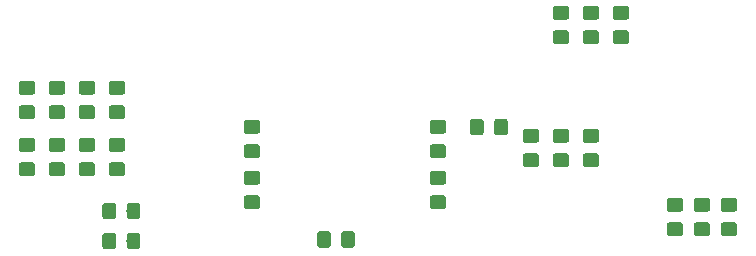
<source format=gbr>
G04 #@! TF.GenerationSoftware,KiCad,Pcbnew,(5.1.2)-1*
G04 #@! TF.CreationDate,2019-08-30T22:43:59-03:00*
G04 #@! TF.ProjectId,colpitts,636f6c70-6974-4747-932e-6b696361645f,v1*
G04 #@! TF.SameCoordinates,Original*
G04 #@! TF.FileFunction,Paste,Top*
G04 #@! TF.FilePolarity,Positive*
%FSLAX46Y46*%
G04 Gerber Fmt 4.6, Leading zero omitted, Abs format (unit mm)*
G04 Created by KiCad (PCBNEW (5.1.2)-1) date 2019-08-30 22:43:59*
%MOMM*%
%LPD*%
G04 APERTURE LIST*
%ADD10C,0.100000*%
%ADD11C,1.150000*%
G04 APERTURE END LIST*
D10*
G36*
X143730505Y-77395204D02*
G01*
X143754773Y-77398804D01*
X143778572Y-77404765D01*
X143801671Y-77413030D01*
X143823850Y-77423520D01*
X143844893Y-77436132D01*
X143864599Y-77450747D01*
X143882777Y-77467223D01*
X143899253Y-77485401D01*
X143913868Y-77505107D01*
X143926480Y-77526150D01*
X143936970Y-77548329D01*
X143945235Y-77571428D01*
X143951196Y-77595227D01*
X143954796Y-77619495D01*
X143956000Y-77643999D01*
X143956000Y-78294001D01*
X143954796Y-78318505D01*
X143951196Y-78342773D01*
X143945235Y-78366572D01*
X143936970Y-78389671D01*
X143926480Y-78411850D01*
X143913868Y-78432893D01*
X143899253Y-78452599D01*
X143882777Y-78470777D01*
X143864599Y-78487253D01*
X143844893Y-78501868D01*
X143823850Y-78514480D01*
X143801671Y-78524970D01*
X143778572Y-78533235D01*
X143754773Y-78539196D01*
X143730505Y-78542796D01*
X143706001Y-78544000D01*
X142805999Y-78544000D01*
X142781495Y-78542796D01*
X142757227Y-78539196D01*
X142733428Y-78533235D01*
X142710329Y-78524970D01*
X142688150Y-78514480D01*
X142667107Y-78501868D01*
X142647401Y-78487253D01*
X142629223Y-78470777D01*
X142612747Y-78452599D01*
X142598132Y-78432893D01*
X142585520Y-78411850D01*
X142575030Y-78389671D01*
X142566765Y-78366572D01*
X142560804Y-78342773D01*
X142557204Y-78318505D01*
X142556000Y-78294001D01*
X142556000Y-77643999D01*
X142557204Y-77619495D01*
X142560804Y-77595227D01*
X142566765Y-77571428D01*
X142575030Y-77548329D01*
X142585520Y-77526150D01*
X142598132Y-77505107D01*
X142612747Y-77485401D01*
X142629223Y-77467223D01*
X142647401Y-77450747D01*
X142667107Y-77436132D01*
X142688150Y-77423520D01*
X142710329Y-77413030D01*
X142733428Y-77404765D01*
X142757227Y-77398804D01*
X142781495Y-77395204D01*
X142805999Y-77394000D01*
X143706001Y-77394000D01*
X143730505Y-77395204D01*
X143730505Y-77395204D01*
G37*
D11*
X143256000Y-77969000D03*
D10*
G36*
X143730505Y-79445204D02*
G01*
X143754773Y-79448804D01*
X143778572Y-79454765D01*
X143801671Y-79463030D01*
X143823850Y-79473520D01*
X143844893Y-79486132D01*
X143864599Y-79500747D01*
X143882777Y-79517223D01*
X143899253Y-79535401D01*
X143913868Y-79555107D01*
X143926480Y-79576150D01*
X143936970Y-79598329D01*
X143945235Y-79621428D01*
X143951196Y-79645227D01*
X143954796Y-79669495D01*
X143956000Y-79693999D01*
X143956000Y-80344001D01*
X143954796Y-80368505D01*
X143951196Y-80392773D01*
X143945235Y-80416572D01*
X143936970Y-80439671D01*
X143926480Y-80461850D01*
X143913868Y-80482893D01*
X143899253Y-80502599D01*
X143882777Y-80520777D01*
X143864599Y-80537253D01*
X143844893Y-80551868D01*
X143823850Y-80564480D01*
X143801671Y-80574970D01*
X143778572Y-80583235D01*
X143754773Y-80589196D01*
X143730505Y-80592796D01*
X143706001Y-80594000D01*
X142805999Y-80594000D01*
X142781495Y-80592796D01*
X142757227Y-80589196D01*
X142733428Y-80583235D01*
X142710329Y-80574970D01*
X142688150Y-80564480D01*
X142667107Y-80551868D01*
X142647401Y-80537253D01*
X142629223Y-80520777D01*
X142612747Y-80502599D01*
X142598132Y-80482893D01*
X142585520Y-80461850D01*
X142575030Y-80439671D01*
X142566765Y-80416572D01*
X142560804Y-80392773D01*
X142557204Y-80368505D01*
X142556000Y-80344001D01*
X142556000Y-79693999D01*
X142557204Y-79669495D01*
X142560804Y-79645227D01*
X142566765Y-79621428D01*
X142575030Y-79598329D01*
X142585520Y-79576150D01*
X142598132Y-79555107D01*
X142612747Y-79535401D01*
X142629223Y-79517223D01*
X142647401Y-79500747D01*
X142667107Y-79486132D01*
X142688150Y-79473520D01*
X142710329Y-79463030D01*
X142733428Y-79454765D01*
X142757227Y-79448804D01*
X142781495Y-79445204D01*
X142805999Y-79444000D01*
X143706001Y-79444000D01*
X143730505Y-79445204D01*
X143730505Y-79445204D01*
G37*
D11*
X143256000Y-80019000D03*
D10*
G36*
X152874505Y-95701204D02*
G01*
X152898773Y-95704804D01*
X152922572Y-95710765D01*
X152945671Y-95719030D01*
X152967850Y-95729520D01*
X152988893Y-95742132D01*
X153008599Y-95756747D01*
X153026777Y-95773223D01*
X153043253Y-95791401D01*
X153057868Y-95811107D01*
X153070480Y-95832150D01*
X153080970Y-95854329D01*
X153089235Y-95877428D01*
X153095196Y-95901227D01*
X153098796Y-95925495D01*
X153100000Y-95949999D01*
X153100000Y-96600001D01*
X153098796Y-96624505D01*
X153095196Y-96648773D01*
X153089235Y-96672572D01*
X153080970Y-96695671D01*
X153070480Y-96717850D01*
X153057868Y-96738893D01*
X153043253Y-96758599D01*
X153026777Y-96776777D01*
X153008599Y-96793253D01*
X152988893Y-96807868D01*
X152967850Y-96820480D01*
X152945671Y-96830970D01*
X152922572Y-96839235D01*
X152898773Y-96845196D01*
X152874505Y-96848796D01*
X152850001Y-96850000D01*
X151949999Y-96850000D01*
X151925495Y-96848796D01*
X151901227Y-96845196D01*
X151877428Y-96839235D01*
X151854329Y-96830970D01*
X151832150Y-96820480D01*
X151811107Y-96807868D01*
X151791401Y-96793253D01*
X151773223Y-96776777D01*
X151756747Y-96758599D01*
X151742132Y-96738893D01*
X151729520Y-96717850D01*
X151719030Y-96695671D01*
X151710765Y-96672572D01*
X151704804Y-96648773D01*
X151701204Y-96624505D01*
X151700000Y-96600001D01*
X151700000Y-95949999D01*
X151701204Y-95925495D01*
X151704804Y-95901227D01*
X151710765Y-95877428D01*
X151719030Y-95854329D01*
X151729520Y-95832150D01*
X151742132Y-95811107D01*
X151756747Y-95791401D01*
X151773223Y-95773223D01*
X151791401Y-95756747D01*
X151811107Y-95742132D01*
X151832150Y-95729520D01*
X151854329Y-95719030D01*
X151877428Y-95710765D01*
X151901227Y-95704804D01*
X151925495Y-95701204D01*
X151949999Y-95700000D01*
X152850001Y-95700000D01*
X152874505Y-95701204D01*
X152874505Y-95701204D01*
G37*
D11*
X152400000Y-96275000D03*
D10*
G36*
X152874505Y-93651204D02*
G01*
X152898773Y-93654804D01*
X152922572Y-93660765D01*
X152945671Y-93669030D01*
X152967850Y-93679520D01*
X152988893Y-93692132D01*
X153008599Y-93706747D01*
X153026777Y-93723223D01*
X153043253Y-93741401D01*
X153057868Y-93761107D01*
X153070480Y-93782150D01*
X153080970Y-93804329D01*
X153089235Y-93827428D01*
X153095196Y-93851227D01*
X153098796Y-93875495D01*
X153100000Y-93899999D01*
X153100000Y-94550001D01*
X153098796Y-94574505D01*
X153095196Y-94598773D01*
X153089235Y-94622572D01*
X153080970Y-94645671D01*
X153070480Y-94667850D01*
X153057868Y-94688893D01*
X153043253Y-94708599D01*
X153026777Y-94726777D01*
X153008599Y-94743253D01*
X152988893Y-94757868D01*
X152967850Y-94770480D01*
X152945671Y-94780970D01*
X152922572Y-94789235D01*
X152898773Y-94795196D01*
X152874505Y-94798796D01*
X152850001Y-94800000D01*
X151949999Y-94800000D01*
X151925495Y-94798796D01*
X151901227Y-94795196D01*
X151877428Y-94789235D01*
X151854329Y-94780970D01*
X151832150Y-94770480D01*
X151811107Y-94757868D01*
X151791401Y-94743253D01*
X151773223Y-94726777D01*
X151756747Y-94708599D01*
X151742132Y-94688893D01*
X151729520Y-94667850D01*
X151719030Y-94645671D01*
X151710765Y-94622572D01*
X151704804Y-94598773D01*
X151701204Y-94574505D01*
X151700000Y-94550001D01*
X151700000Y-93899999D01*
X151701204Y-93875495D01*
X151704804Y-93851227D01*
X151710765Y-93827428D01*
X151719030Y-93804329D01*
X151729520Y-93782150D01*
X151742132Y-93761107D01*
X151756747Y-93741401D01*
X151773223Y-93723223D01*
X151791401Y-93706747D01*
X151811107Y-93692132D01*
X151832150Y-93679520D01*
X151854329Y-93669030D01*
X151877428Y-93660765D01*
X151901227Y-93654804D01*
X151925495Y-93651204D01*
X151949999Y-93650000D01*
X152850001Y-93650000D01*
X152874505Y-93651204D01*
X152874505Y-93651204D01*
G37*
D11*
X152400000Y-94225000D03*
D10*
G36*
X148302505Y-93651204D02*
G01*
X148326773Y-93654804D01*
X148350572Y-93660765D01*
X148373671Y-93669030D01*
X148395850Y-93679520D01*
X148416893Y-93692132D01*
X148436599Y-93706747D01*
X148454777Y-93723223D01*
X148471253Y-93741401D01*
X148485868Y-93761107D01*
X148498480Y-93782150D01*
X148508970Y-93804329D01*
X148517235Y-93827428D01*
X148523196Y-93851227D01*
X148526796Y-93875495D01*
X148528000Y-93899999D01*
X148528000Y-94550001D01*
X148526796Y-94574505D01*
X148523196Y-94598773D01*
X148517235Y-94622572D01*
X148508970Y-94645671D01*
X148498480Y-94667850D01*
X148485868Y-94688893D01*
X148471253Y-94708599D01*
X148454777Y-94726777D01*
X148436599Y-94743253D01*
X148416893Y-94757868D01*
X148395850Y-94770480D01*
X148373671Y-94780970D01*
X148350572Y-94789235D01*
X148326773Y-94795196D01*
X148302505Y-94798796D01*
X148278001Y-94800000D01*
X147377999Y-94800000D01*
X147353495Y-94798796D01*
X147329227Y-94795196D01*
X147305428Y-94789235D01*
X147282329Y-94780970D01*
X147260150Y-94770480D01*
X147239107Y-94757868D01*
X147219401Y-94743253D01*
X147201223Y-94726777D01*
X147184747Y-94708599D01*
X147170132Y-94688893D01*
X147157520Y-94667850D01*
X147147030Y-94645671D01*
X147138765Y-94622572D01*
X147132804Y-94598773D01*
X147129204Y-94574505D01*
X147128000Y-94550001D01*
X147128000Y-93899999D01*
X147129204Y-93875495D01*
X147132804Y-93851227D01*
X147138765Y-93827428D01*
X147147030Y-93804329D01*
X147157520Y-93782150D01*
X147170132Y-93761107D01*
X147184747Y-93741401D01*
X147201223Y-93723223D01*
X147219401Y-93706747D01*
X147239107Y-93692132D01*
X147260150Y-93679520D01*
X147282329Y-93669030D01*
X147305428Y-93660765D01*
X147329227Y-93654804D01*
X147353495Y-93651204D01*
X147377999Y-93650000D01*
X148278001Y-93650000D01*
X148302505Y-93651204D01*
X148302505Y-93651204D01*
G37*
D11*
X147828000Y-94225000D03*
D10*
G36*
X148302505Y-95701204D02*
G01*
X148326773Y-95704804D01*
X148350572Y-95710765D01*
X148373671Y-95719030D01*
X148395850Y-95729520D01*
X148416893Y-95742132D01*
X148436599Y-95756747D01*
X148454777Y-95773223D01*
X148471253Y-95791401D01*
X148485868Y-95811107D01*
X148498480Y-95832150D01*
X148508970Y-95854329D01*
X148517235Y-95877428D01*
X148523196Y-95901227D01*
X148526796Y-95925495D01*
X148528000Y-95949999D01*
X148528000Y-96600001D01*
X148526796Y-96624505D01*
X148523196Y-96648773D01*
X148517235Y-96672572D01*
X148508970Y-96695671D01*
X148498480Y-96717850D01*
X148485868Y-96738893D01*
X148471253Y-96758599D01*
X148454777Y-96776777D01*
X148436599Y-96793253D01*
X148416893Y-96807868D01*
X148395850Y-96820480D01*
X148373671Y-96830970D01*
X148350572Y-96839235D01*
X148326773Y-96845196D01*
X148302505Y-96848796D01*
X148278001Y-96850000D01*
X147377999Y-96850000D01*
X147353495Y-96848796D01*
X147329227Y-96845196D01*
X147305428Y-96839235D01*
X147282329Y-96830970D01*
X147260150Y-96820480D01*
X147239107Y-96807868D01*
X147219401Y-96793253D01*
X147201223Y-96776777D01*
X147184747Y-96758599D01*
X147170132Y-96738893D01*
X147157520Y-96717850D01*
X147147030Y-96695671D01*
X147138765Y-96672572D01*
X147132804Y-96648773D01*
X147129204Y-96624505D01*
X147128000Y-96600001D01*
X147128000Y-95949999D01*
X147129204Y-95925495D01*
X147132804Y-95901227D01*
X147138765Y-95877428D01*
X147147030Y-95854329D01*
X147157520Y-95832150D01*
X147170132Y-95811107D01*
X147184747Y-95791401D01*
X147201223Y-95773223D01*
X147219401Y-95756747D01*
X147239107Y-95742132D01*
X147260150Y-95729520D01*
X147282329Y-95719030D01*
X147305428Y-95710765D01*
X147329227Y-95704804D01*
X147353495Y-95701204D01*
X147377999Y-95700000D01*
X148278001Y-95700000D01*
X148302505Y-95701204D01*
X148302505Y-95701204D01*
G37*
D11*
X147828000Y-96275000D03*
D10*
G36*
X141190505Y-79445204D02*
G01*
X141214773Y-79448804D01*
X141238572Y-79454765D01*
X141261671Y-79463030D01*
X141283850Y-79473520D01*
X141304893Y-79486132D01*
X141324599Y-79500747D01*
X141342777Y-79517223D01*
X141359253Y-79535401D01*
X141373868Y-79555107D01*
X141386480Y-79576150D01*
X141396970Y-79598329D01*
X141405235Y-79621428D01*
X141411196Y-79645227D01*
X141414796Y-79669495D01*
X141416000Y-79693999D01*
X141416000Y-80344001D01*
X141414796Y-80368505D01*
X141411196Y-80392773D01*
X141405235Y-80416572D01*
X141396970Y-80439671D01*
X141386480Y-80461850D01*
X141373868Y-80482893D01*
X141359253Y-80502599D01*
X141342777Y-80520777D01*
X141324599Y-80537253D01*
X141304893Y-80551868D01*
X141283850Y-80564480D01*
X141261671Y-80574970D01*
X141238572Y-80583235D01*
X141214773Y-80589196D01*
X141190505Y-80592796D01*
X141166001Y-80594000D01*
X140265999Y-80594000D01*
X140241495Y-80592796D01*
X140217227Y-80589196D01*
X140193428Y-80583235D01*
X140170329Y-80574970D01*
X140148150Y-80564480D01*
X140127107Y-80551868D01*
X140107401Y-80537253D01*
X140089223Y-80520777D01*
X140072747Y-80502599D01*
X140058132Y-80482893D01*
X140045520Y-80461850D01*
X140035030Y-80439671D01*
X140026765Y-80416572D01*
X140020804Y-80392773D01*
X140017204Y-80368505D01*
X140016000Y-80344001D01*
X140016000Y-79693999D01*
X140017204Y-79669495D01*
X140020804Y-79645227D01*
X140026765Y-79621428D01*
X140035030Y-79598329D01*
X140045520Y-79576150D01*
X140058132Y-79555107D01*
X140072747Y-79535401D01*
X140089223Y-79517223D01*
X140107401Y-79500747D01*
X140127107Y-79486132D01*
X140148150Y-79473520D01*
X140170329Y-79463030D01*
X140193428Y-79454765D01*
X140217227Y-79448804D01*
X140241495Y-79445204D01*
X140265999Y-79444000D01*
X141166001Y-79444000D01*
X141190505Y-79445204D01*
X141190505Y-79445204D01*
G37*
D11*
X140716000Y-80019000D03*
D10*
G36*
X141190505Y-77395204D02*
G01*
X141214773Y-77398804D01*
X141238572Y-77404765D01*
X141261671Y-77413030D01*
X141283850Y-77423520D01*
X141304893Y-77436132D01*
X141324599Y-77450747D01*
X141342777Y-77467223D01*
X141359253Y-77485401D01*
X141373868Y-77505107D01*
X141386480Y-77526150D01*
X141396970Y-77548329D01*
X141405235Y-77571428D01*
X141411196Y-77595227D01*
X141414796Y-77619495D01*
X141416000Y-77643999D01*
X141416000Y-78294001D01*
X141414796Y-78318505D01*
X141411196Y-78342773D01*
X141405235Y-78366572D01*
X141396970Y-78389671D01*
X141386480Y-78411850D01*
X141373868Y-78432893D01*
X141359253Y-78452599D01*
X141342777Y-78470777D01*
X141324599Y-78487253D01*
X141304893Y-78501868D01*
X141283850Y-78514480D01*
X141261671Y-78524970D01*
X141238572Y-78533235D01*
X141214773Y-78539196D01*
X141190505Y-78542796D01*
X141166001Y-78544000D01*
X140265999Y-78544000D01*
X140241495Y-78542796D01*
X140217227Y-78539196D01*
X140193428Y-78533235D01*
X140170329Y-78524970D01*
X140148150Y-78514480D01*
X140127107Y-78501868D01*
X140107401Y-78487253D01*
X140089223Y-78470777D01*
X140072747Y-78452599D01*
X140058132Y-78432893D01*
X140045520Y-78411850D01*
X140035030Y-78389671D01*
X140026765Y-78366572D01*
X140020804Y-78342773D01*
X140017204Y-78318505D01*
X140016000Y-78294001D01*
X140016000Y-77643999D01*
X140017204Y-77619495D01*
X140020804Y-77595227D01*
X140026765Y-77571428D01*
X140035030Y-77548329D01*
X140045520Y-77526150D01*
X140058132Y-77505107D01*
X140072747Y-77485401D01*
X140089223Y-77467223D01*
X140107401Y-77450747D01*
X140127107Y-77436132D01*
X140148150Y-77423520D01*
X140170329Y-77413030D01*
X140193428Y-77404765D01*
X140217227Y-77398804D01*
X140241495Y-77395204D01*
X140265999Y-77394000D01*
X141166001Y-77394000D01*
X141190505Y-77395204D01*
X141190505Y-77395204D01*
G37*
D11*
X140716000Y-77969000D03*
D10*
G36*
X138650505Y-89859204D02*
G01*
X138674773Y-89862804D01*
X138698572Y-89868765D01*
X138721671Y-89877030D01*
X138743850Y-89887520D01*
X138764893Y-89900132D01*
X138784599Y-89914747D01*
X138802777Y-89931223D01*
X138819253Y-89949401D01*
X138833868Y-89969107D01*
X138846480Y-89990150D01*
X138856970Y-90012329D01*
X138865235Y-90035428D01*
X138871196Y-90059227D01*
X138874796Y-90083495D01*
X138876000Y-90107999D01*
X138876000Y-90758001D01*
X138874796Y-90782505D01*
X138871196Y-90806773D01*
X138865235Y-90830572D01*
X138856970Y-90853671D01*
X138846480Y-90875850D01*
X138833868Y-90896893D01*
X138819253Y-90916599D01*
X138802777Y-90934777D01*
X138784599Y-90951253D01*
X138764893Y-90965868D01*
X138743850Y-90978480D01*
X138721671Y-90988970D01*
X138698572Y-90997235D01*
X138674773Y-91003196D01*
X138650505Y-91006796D01*
X138626001Y-91008000D01*
X137725999Y-91008000D01*
X137701495Y-91006796D01*
X137677227Y-91003196D01*
X137653428Y-90997235D01*
X137630329Y-90988970D01*
X137608150Y-90978480D01*
X137587107Y-90965868D01*
X137567401Y-90951253D01*
X137549223Y-90934777D01*
X137532747Y-90916599D01*
X137518132Y-90896893D01*
X137505520Y-90875850D01*
X137495030Y-90853671D01*
X137486765Y-90830572D01*
X137480804Y-90806773D01*
X137477204Y-90782505D01*
X137476000Y-90758001D01*
X137476000Y-90107999D01*
X137477204Y-90083495D01*
X137480804Y-90059227D01*
X137486765Y-90035428D01*
X137495030Y-90012329D01*
X137505520Y-89990150D01*
X137518132Y-89969107D01*
X137532747Y-89949401D01*
X137549223Y-89931223D01*
X137567401Y-89914747D01*
X137587107Y-89900132D01*
X137608150Y-89887520D01*
X137630329Y-89877030D01*
X137653428Y-89868765D01*
X137677227Y-89862804D01*
X137701495Y-89859204D01*
X137725999Y-89858000D01*
X138626001Y-89858000D01*
X138650505Y-89859204D01*
X138650505Y-89859204D01*
G37*
D11*
X138176000Y-90433000D03*
D10*
G36*
X138650505Y-87809204D02*
G01*
X138674773Y-87812804D01*
X138698572Y-87818765D01*
X138721671Y-87827030D01*
X138743850Y-87837520D01*
X138764893Y-87850132D01*
X138784599Y-87864747D01*
X138802777Y-87881223D01*
X138819253Y-87899401D01*
X138833868Y-87919107D01*
X138846480Y-87940150D01*
X138856970Y-87962329D01*
X138865235Y-87985428D01*
X138871196Y-88009227D01*
X138874796Y-88033495D01*
X138876000Y-88057999D01*
X138876000Y-88708001D01*
X138874796Y-88732505D01*
X138871196Y-88756773D01*
X138865235Y-88780572D01*
X138856970Y-88803671D01*
X138846480Y-88825850D01*
X138833868Y-88846893D01*
X138819253Y-88866599D01*
X138802777Y-88884777D01*
X138784599Y-88901253D01*
X138764893Y-88915868D01*
X138743850Y-88928480D01*
X138721671Y-88938970D01*
X138698572Y-88947235D01*
X138674773Y-88953196D01*
X138650505Y-88956796D01*
X138626001Y-88958000D01*
X137725999Y-88958000D01*
X137701495Y-88956796D01*
X137677227Y-88953196D01*
X137653428Y-88947235D01*
X137630329Y-88938970D01*
X137608150Y-88928480D01*
X137587107Y-88915868D01*
X137567401Y-88901253D01*
X137549223Y-88884777D01*
X137532747Y-88866599D01*
X137518132Y-88846893D01*
X137505520Y-88825850D01*
X137495030Y-88803671D01*
X137486765Y-88780572D01*
X137480804Y-88756773D01*
X137477204Y-88732505D01*
X137476000Y-88708001D01*
X137476000Y-88057999D01*
X137477204Y-88033495D01*
X137480804Y-88009227D01*
X137486765Y-87985428D01*
X137495030Y-87962329D01*
X137505520Y-87940150D01*
X137518132Y-87919107D01*
X137532747Y-87899401D01*
X137549223Y-87881223D01*
X137567401Y-87864747D01*
X137587107Y-87850132D01*
X137608150Y-87837520D01*
X137630329Y-87827030D01*
X137653428Y-87818765D01*
X137677227Y-87812804D01*
X137701495Y-87809204D01*
X137725999Y-87808000D01*
X138626001Y-87808000D01*
X138650505Y-87809204D01*
X138650505Y-87809204D01*
G37*
D11*
X138176000Y-88383000D03*
D10*
G36*
X136110505Y-89859204D02*
G01*
X136134773Y-89862804D01*
X136158572Y-89868765D01*
X136181671Y-89877030D01*
X136203850Y-89887520D01*
X136224893Y-89900132D01*
X136244599Y-89914747D01*
X136262777Y-89931223D01*
X136279253Y-89949401D01*
X136293868Y-89969107D01*
X136306480Y-89990150D01*
X136316970Y-90012329D01*
X136325235Y-90035428D01*
X136331196Y-90059227D01*
X136334796Y-90083495D01*
X136336000Y-90107999D01*
X136336000Y-90758001D01*
X136334796Y-90782505D01*
X136331196Y-90806773D01*
X136325235Y-90830572D01*
X136316970Y-90853671D01*
X136306480Y-90875850D01*
X136293868Y-90896893D01*
X136279253Y-90916599D01*
X136262777Y-90934777D01*
X136244599Y-90951253D01*
X136224893Y-90965868D01*
X136203850Y-90978480D01*
X136181671Y-90988970D01*
X136158572Y-90997235D01*
X136134773Y-91003196D01*
X136110505Y-91006796D01*
X136086001Y-91008000D01*
X135185999Y-91008000D01*
X135161495Y-91006796D01*
X135137227Y-91003196D01*
X135113428Y-90997235D01*
X135090329Y-90988970D01*
X135068150Y-90978480D01*
X135047107Y-90965868D01*
X135027401Y-90951253D01*
X135009223Y-90934777D01*
X134992747Y-90916599D01*
X134978132Y-90896893D01*
X134965520Y-90875850D01*
X134955030Y-90853671D01*
X134946765Y-90830572D01*
X134940804Y-90806773D01*
X134937204Y-90782505D01*
X134936000Y-90758001D01*
X134936000Y-90107999D01*
X134937204Y-90083495D01*
X134940804Y-90059227D01*
X134946765Y-90035428D01*
X134955030Y-90012329D01*
X134965520Y-89990150D01*
X134978132Y-89969107D01*
X134992747Y-89949401D01*
X135009223Y-89931223D01*
X135027401Y-89914747D01*
X135047107Y-89900132D01*
X135068150Y-89887520D01*
X135090329Y-89877030D01*
X135113428Y-89868765D01*
X135137227Y-89862804D01*
X135161495Y-89859204D01*
X135185999Y-89858000D01*
X136086001Y-89858000D01*
X136110505Y-89859204D01*
X136110505Y-89859204D01*
G37*
D11*
X135636000Y-90433000D03*
D10*
G36*
X136110505Y-87809204D02*
G01*
X136134773Y-87812804D01*
X136158572Y-87818765D01*
X136181671Y-87827030D01*
X136203850Y-87837520D01*
X136224893Y-87850132D01*
X136244599Y-87864747D01*
X136262777Y-87881223D01*
X136279253Y-87899401D01*
X136293868Y-87919107D01*
X136306480Y-87940150D01*
X136316970Y-87962329D01*
X136325235Y-87985428D01*
X136331196Y-88009227D01*
X136334796Y-88033495D01*
X136336000Y-88057999D01*
X136336000Y-88708001D01*
X136334796Y-88732505D01*
X136331196Y-88756773D01*
X136325235Y-88780572D01*
X136316970Y-88803671D01*
X136306480Y-88825850D01*
X136293868Y-88846893D01*
X136279253Y-88866599D01*
X136262777Y-88884777D01*
X136244599Y-88901253D01*
X136224893Y-88915868D01*
X136203850Y-88928480D01*
X136181671Y-88938970D01*
X136158572Y-88947235D01*
X136134773Y-88953196D01*
X136110505Y-88956796D01*
X136086001Y-88958000D01*
X135185999Y-88958000D01*
X135161495Y-88956796D01*
X135137227Y-88953196D01*
X135113428Y-88947235D01*
X135090329Y-88938970D01*
X135068150Y-88928480D01*
X135047107Y-88915868D01*
X135027401Y-88901253D01*
X135009223Y-88884777D01*
X134992747Y-88866599D01*
X134978132Y-88846893D01*
X134965520Y-88825850D01*
X134955030Y-88803671D01*
X134946765Y-88780572D01*
X134940804Y-88756773D01*
X134937204Y-88732505D01*
X134936000Y-88708001D01*
X134936000Y-88057999D01*
X134937204Y-88033495D01*
X134940804Y-88009227D01*
X134946765Y-87985428D01*
X134955030Y-87962329D01*
X134965520Y-87940150D01*
X134978132Y-87919107D01*
X134992747Y-87899401D01*
X135009223Y-87881223D01*
X135027401Y-87864747D01*
X135047107Y-87850132D01*
X135068150Y-87837520D01*
X135090329Y-87827030D01*
X135113428Y-87818765D01*
X135137227Y-87812804D01*
X135161495Y-87809204D01*
X135185999Y-87808000D01*
X136086001Y-87808000D01*
X136110505Y-87809204D01*
X136110505Y-87809204D01*
G37*
D11*
X135636000Y-88383000D03*
D10*
G36*
X100289505Y-94043204D02*
G01*
X100313773Y-94046804D01*
X100337572Y-94052765D01*
X100360671Y-94061030D01*
X100382850Y-94071520D01*
X100403893Y-94084132D01*
X100423599Y-94098747D01*
X100441777Y-94115223D01*
X100458253Y-94133401D01*
X100472868Y-94153107D01*
X100485480Y-94174150D01*
X100495970Y-94196329D01*
X100504235Y-94219428D01*
X100510196Y-94243227D01*
X100513796Y-94267495D01*
X100515000Y-94291999D01*
X100515000Y-95192001D01*
X100513796Y-95216505D01*
X100510196Y-95240773D01*
X100504235Y-95264572D01*
X100495970Y-95287671D01*
X100485480Y-95309850D01*
X100472868Y-95330893D01*
X100458253Y-95350599D01*
X100441777Y-95368777D01*
X100423599Y-95385253D01*
X100403893Y-95399868D01*
X100382850Y-95412480D01*
X100360671Y-95422970D01*
X100337572Y-95431235D01*
X100313773Y-95437196D01*
X100289505Y-95440796D01*
X100265001Y-95442000D01*
X99614999Y-95442000D01*
X99590495Y-95440796D01*
X99566227Y-95437196D01*
X99542428Y-95431235D01*
X99519329Y-95422970D01*
X99497150Y-95412480D01*
X99476107Y-95399868D01*
X99456401Y-95385253D01*
X99438223Y-95368777D01*
X99421747Y-95350599D01*
X99407132Y-95330893D01*
X99394520Y-95309850D01*
X99384030Y-95287671D01*
X99375765Y-95264572D01*
X99369804Y-95240773D01*
X99366204Y-95216505D01*
X99365000Y-95192001D01*
X99365000Y-94291999D01*
X99366204Y-94267495D01*
X99369804Y-94243227D01*
X99375765Y-94219428D01*
X99384030Y-94196329D01*
X99394520Y-94174150D01*
X99407132Y-94153107D01*
X99421747Y-94133401D01*
X99438223Y-94115223D01*
X99456401Y-94098747D01*
X99476107Y-94084132D01*
X99497150Y-94071520D01*
X99519329Y-94061030D01*
X99542428Y-94052765D01*
X99566227Y-94046804D01*
X99590495Y-94043204D01*
X99614999Y-94042000D01*
X100265001Y-94042000D01*
X100289505Y-94043204D01*
X100289505Y-94043204D01*
G37*
D11*
X99940000Y-94742000D03*
D10*
G36*
X102339505Y-94043204D02*
G01*
X102363773Y-94046804D01*
X102387572Y-94052765D01*
X102410671Y-94061030D01*
X102432850Y-94071520D01*
X102453893Y-94084132D01*
X102473599Y-94098747D01*
X102491777Y-94115223D01*
X102508253Y-94133401D01*
X102522868Y-94153107D01*
X102535480Y-94174150D01*
X102545970Y-94196329D01*
X102554235Y-94219428D01*
X102560196Y-94243227D01*
X102563796Y-94267495D01*
X102565000Y-94291999D01*
X102565000Y-95192001D01*
X102563796Y-95216505D01*
X102560196Y-95240773D01*
X102554235Y-95264572D01*
X102545970Y-95287671D01*
X102535480Y-95309850D01*
X102522868Y-95330893D01*
X102508253Y-95350599D01*
X102491777Y-95368777D01*
X102473599Y-95385253D01*
X102453893Y-95399868D01*
X102432850Y-95412480D01*
X102410671Y-95422970D01*
X102387572Y-95431235D01*
X102363773Y-95437196D01*
X102339505Y-95440796D01*
X102315001Y-95442000D01*
X101664999Y-95442000D01*
X101640495Y-95440796D01*
X101616227Y-95437196D01*
X101592428Y-95431235D01*
X101569329Y-95422970D01*
X101547150Y-95412480D01*
X101526107Y-95399868D01*
X101506401Y-95385253D01*
X101488223Y-95368777D01*
X101471747Y-95350599D01*
X101457132Y-95330893D01*
X101444520Y-95309850D01*
X101434030Y-95287671D01*
X101425765Y-95264572D01*
X101419804Y-95240773D01*
X101416204Y-95216505D01*
X101415000Y-95192001D01*
X101415000Y-94291999D01*
X101416204Y-94267495D01*
X101419804Y-94243227D01*
X101425765Y-94219428D01*
X101434030Y-94196329D01*
X101444520Y-94174150D01*
X101457132Y-94153107D01*
X101471747Y-94133401D01*
X101488223Y-94115223D01*
X101506401Y-94098747D01*
X101526107Y-94084132D01*
X101547150Y-94071520D01*
X101569329Y-94061030D01*
X101592428Y-94052765D01*
X101616227Y-94046804D01*
X101640495Y-94043204D01*
X101664999Y-94042000D01*
X102315001Y-94042000D01*
X102339505Y-94043204D01*
X102339505Y-94043204D01*
G37*
D11*
X101990000Y-94742000D03*
D10*
G36*
X102339505Y-96583204D02*
G01*
X102363773Y-96586804D01*
X102387572Y-96592765D01*
X102410671Y-96601030D01*
X102432850Y-96611520D01*
X102453893Y-96624132D01*
X102473599Y-96638747D01*
X102491777Y-96655223D01*
X102508253Y-96673401D01*
X102522868Y-96693107D01*
X102535480Y-96714150D01*
X102545970Y-96736329D01*
X102554235Y-96759428D01*
X102560196Y-96783227D01*
X102563796Y-96807495D01*
X102565000Y-96831999D01*
X102565000Y-97732001D01*
X102563796Y-97756505D01*
X102560196Y-97780773D01*
X102554235Y-97804572D01*
X102545970Y-97827671D01*
X102535480Y-97849850D01*
X102522868Y-97870893D01*
X102508253Y-97890599D01*
X102491777Y-97908777D01*
X102473599Y-97925253D01*
X102453893Y-97939868D01*
X102432850Y-97952480D01*
X102410671Y-97962970D01*
X102387572Y-97971235D01*
X102363773Y-97977196D01*
X102339505Y-97980796D01*
X102315001Y-97982000D01*
X101664999Y-97982000D01*
X101640495Y-97980796D01*
X101616227Y-97977196D01*
X101592428Y-97971235D01*
X101569329Y-97962970D01*
X101547150Y-97952480D01*
X101526107Y-97939868D01*
X101506401Y-97925253D01*
X101488223Y-97908777D01*
X101471747Y-97890599D01*
X101457132Y-97870893D01*
X101444520Y-97849850D01*
X101434030Y-97827671D01*
X101425765Y-97804572D01*
X101419804Y-97780773D01*
X101416204Y-97756505D01*
X101415000Y-97732001D01*
X101415000Y-96831999D01*
X101416204Y-96807495D01*
X101419804Y-96783227D01*
X101425765Y-96759428D01*
X101434030Y-96736329D01*
X101444520Y-96714150D01*
X101457132Y-96693107D01*
X101471747Y-96673401D01*
X101488223Y-96655223D01*
X101506401Y-96638747D01*
X101526107Y-96624132D01*
X101547150Y-96611520D01*
X101569329Y-96601030D01*
X101592428Y-96592765D01*
X101616227Y-96586804D01*
X101640495Y-96583204D01*
X101664999Y-96582000D01*
X102315001Y-96582000D01*
X102339505Y-96583204D01*
X102339505Y-96583204D01*
G37*
D11*
X101990000Y-97282000D03*
D10*
G36*
X100289505Y-96583204D02*
G01*
X100313773Y-96586804D01*
X100337572Y-96592765D01*
X100360671Y-96601030D01*
X100382850Y-96611520D01*
X100403893Y-96624132D01*
X100423599Y-96638747D01*
X100441777Y-96655223D01*
X100458253Y-96673401D01*
X100472868Y-96693107D01*
X100485480Y-96714150D01*
X100495970Y-96736329D01*
X100504235Y-96759428D01*
X100510196Y-96783227D01*
X100513796Y-96807495D01*
X100515000Y-96831999D01*
X100515000Y-97732001D01*
X100513796Y-97756505D01*
X100510196Y-97780773D01*
X100504235Y-97804572D01*
X100495970Y-97827671D01*
X100485480Y-97849850D01*
X100472868Y-97870893D01*
X100458253Y-97890599D01*
X100441777Y-97908777D01*
X100423599Y-97925253D01*
X100403893Y-97939868D01*
X100382850Y-97952480D01*
X100360671Y-97962970D01*
X100337572Y-97971235D01*
X100313773Y-97977196D01*
X100289505Y-97980796D01*
X100265001Y-97982000D01*
X99614999Y-97982000D01*
X99590495Y-97980796D01*
X99566227Y-97977196D01*
X99542428Y-97971235D01*
X99519329Y-97962970D01*
X99497150Y-97952480D01*
X99476107Y-97939868D01*
X99456401Y-97925253D01*
X99438223Y-97908777D01*
X99421747Y-97890599D01*
X99407132Y-97870893D01*
X99394520Y-97849850D01*
X99384030Y-97827671D01*
X99375765Y-97804572D01*
X99369804Y-97780773D01*
X99366204Y-97756505D01*
X99365000Y-97732001D01*
X99365000Y-96831999D01*
X99366204Y-96807495D01*
X99369804Y-96783227D01*
X99375765Y-96759428D01*
X99384030Y-96736329D01*
X99394520Y-96714150D01*
X99407132Y-96693107D01*
X99421747Y-96673401D01*
X99438223Y-96655223D01*
X99456401Y-96638747D01*
X99476107Y-96624132D01*
X99497150Y-96611520D01*
X99519329Y-96601030D01*
X99542428Y-96592765D01*
X99566227Y-96586804D01*
X99590495Y-96583204D01*
X99614999Y-96582000D01*
X100265001Y-96582000D01*
X100289505Y-96583204D01*
X100289505Y-96583204D01*
G37*
D11*
X99940000Y-97282000D03*
D10*
G36*
X101058505Y-88571204D02*
G01*
X101082773Y-88574804D01*
X101106572Y-88580765D01*
X101129671Y-88589030D01*
X101151850Y-88599520D01*
X101172893Y-88612132D01*
X101192599Y-88626747D01*
X101210777Y-88643223D01*
X101227253Y-88661401D01*
X101241868Y-88681107D01*
X101254480Y-88702150D01*
X101264970Y-88724329D01*
X101273235Y-88747428D01*
X101279196Y-88771227D01*
X101282796Y-88795495D01*
X101284000Y-88819999D01*
X101284000Y-89470001D01*
X101282796Y-89494505D01*
X101279196Y-89518773D01*
X101273235Y-89542572D01*
X101264970Y-89565671D01*
X101254480Y-89587850D01*
X101241868Y-89608893D01*
X101227253Y-89628599D01*
X101210777Y-89646777D01*
X101192599Y-89663253D01*
X101172893Y-89677868D01*
X101151850Y-89690480D01*
X101129671Y-89700970D01*
X101106572Y-89709235D01*
X101082773Y-89715196D01*
X101058505Y-89718796D01*
X101034001Y-89720000D01*
X100133999Y-89720000D01*
X100109495Y-89718796D01*
X100085227Y-89715196D01*
X100061428Y-89709235D01*
X100038329Y-89700970D01*
X100016150Y-89690480D01*
X99995107Y-89677868D01*
X99975401Y-89663253D01*
X99957223Y-89646777D01*
X99940747Y-89628599D01*
X99926132Y-89608893D01*
X99913520Y-89587850D01*
X99903030Y-89565671D01*
X99894765Y-89542572D01*
X99888804Y-89518773D01*
X99885204Y-89494505D01*
X99884000Y-89470001D01*
X99884000Y-88819999D01*
X99885204Y-88795495D01*
X99888804Y-88771227D01*
X99894765Y-88747428D01*
X99903030Y-88724329D01*
X99913520Y-88702150D01*
X99926132Y-88681107D01*
X99940747Y-88661401D01*
X99957223Y-88643223D01*
X99975401Y-88626747D01*
X99995107Y-88612132D01*
X100016150Y-88599520D01*
X100038329Y-88589030D01*
X100061428Y-88580765D01*
X100085227Y-88574804D01*
X100109495Y-88571204D01*
X100133999Y-88570000D01*
X101034001Y-88570000D01*
X101058505Y-88571204D01*
X101058505Y-88571204D01*
G37*
D11*
X100584000Y-89145000D03*
D10*
G36*
X101058505Y-90621204D02*
G01*
X101082773Y-90624804D01*
X101106572Y-90630765D01*
X101129671Y-90639030D01*
X101151850Y-90649520D01*
X101172893Y-90662132D01*
X101192599Y-90676747D01*
X101210777Y-90693223D01*
X101227253Y-90711401D01*
X101241868Y-90731107D01*
X101254480Y-90752150D01*
X101264970Y-90774329D01*
X101273235Y-90797428D01*
X101279196Y-90821227D01*
X101282796Y-90845495D01*
X101284000Y-90869999D01*
X101284000Y-91520001D01*
X101282796Y-91544505D01*
X101279196Y-91568773D01*
X101273235Y-91592572D01*
X101264970Y-91615671D01*
X101254480Y-91637850D01*
X101241868Y-91658893D01*
X101227253Y-91678599D01*
X101210777Y-91696777D01*
X101192599Y-91713253D01*
X101172893Y-91727868D01*
X101151850Y-91740480D01*
X101129671Y-91750970D01*
X101106572Y-91759235D01*
X101082773Y-91765196D01*
X101058505Y-91768796D01*
X101034001Y-91770000D01*
X100133999Y-91770000D01*
X100109495Y-91768796D01*
X100085227Y-91765196D01*
X100061428Y-91759235D01*
X100038329Y-91750970D01*
X100016150Y-91740480D01*
X99995107Y-91727868D01*
X99975401Y-91713253D01*
X99957223Y-91696777D01*
X99940747Y-91678599D01*
X99926132Y-91658893D01*
X99913520Y-91637850D01*
X99903030Y-91615671D01*
X99894765Y-91592572D01*
X99888804Y-91568773D01*
X99885204Y-91544505D01*
X99884000Y-91520001D01*
X99884000Y-90869999D01*
X99885204Y-90845495D01*
X99888804Y-90821227D01*
X99894765Y-90797428D01*
X99903030Y-90774329D01*
X99913520Y-90752150D01*
X99926132Y-90731107D01*
X99940747Y-90711401D01*
X99957223Y-90693223D01*
X99975401Y-90676747D01*
X99995107Y-90662132D01*
X100016150Y-90649520D01*
X100038329Y-90639030D01*
X100061428Y-90630765D01*
X100085227Y-90624804D01*
X100109495Y-90621204D01*
X100133999Y-90620000D01*
X101034001Y-90620000D01*
X101058505Y-90621204D01*
X101058505Y-90621204D01*
G37*
D11*
X100584000Y-91195000D03*
D10*
G36*
X101058505Y-83745204D02*
G01*
X101082773Y-83748804D01*
X101106572Y-83754765D01*
X101129671Y-83763030D01*
X101151850Y-83773520D01*
X101172893Y-83786132D01*
X101192599Y-83800747D01*
X101210777Y-83817223D01*
X101227253Y-83835401D01*
X101241868Y-83855107D01*
X101254480Y-83876150D01*
X101264970Y-83898329D01*
X101273235Y-83921428D01*
X101279196Y-83945227D01*
X101282796Y-83969495D01*
X101284000Y-83993999D01*
X101284000Y-84644001D01*
X101282796Y-84668505D01*
X101279196Y-84692773D01*
X101273235Y-84716572D01*
X101264970Y-84739671D01*
X101254480Y-84761850D01*
X101241868Y-84782893D01*
X101227253Y-84802599D01*
X101210777Y-84820777D01*
X101192599Y-84837253D01*
X101172893Y-84851868D01*
X101151850Y-84864480D01*
X101129671Y-84874970D01*
X101106572Y-84883235D01*
X101082773Y-84889196D01*
X101058505Y-84892796D01*
X101034001Y-84894000D01*
X100133999Y-84894000D01*
X100109495Y-84892796D01*
X100085227Y-84889196D01*
X100061428Y-84883235D01*
X100038329Y-84874970D01*
X100016150Y-84864480D01*
X99995107Y-84851868D01*
X99975401Y-84837253D01*
X99957223Y-84820777D01*
X99940747Y-84802599D01*
X99926132Y-84782893D01*
X99913520Y-84761850D01*
X99903030Y-84739671D01*
X99894765Y-84716572D01*
X99888804Y-84692773D01*
X99885204Y-84668505D01*
X99884000Y-84644001D01*
X99884000Y-83993999D01*
X99885204Y-83969495D01*
X99888804Y-83945227D01*
X99894765Y-83921428D01*
X99903030Y-83898329D01*
X99913520Y-83876150D01*
X99926132Y-83855107D01*
X99940747Y-83835401D01*
X99957223Y-83817223D01*
X99975401Y-83800747D01*
X99995107Y-83786132D01*
X100016150Y-83773520D01*
X100038329Y-83763030D01*
X100061428Y-83754765D01*
X100085227Y-83748804D01*
X100109495Y-83745204D01*
X100133999Y-83744000D01*
X101034001Y-83744000D01*
X101058505Y-83745204D01*
X101058505Y-83745204D01*
G37*
D11*
X100584000Y-84319000D03*
D10*
G36*
X101058505Y-85795204D02*
G01*
X101082773Y-85798804D01*
X101106572Y-85804765D01*
X101129671Y-85813030D01*
X101151850Y-85823520D01*
X101172893Y-85836132D01*
X101192599Y-85850747D01*
X101210777Y-85867223D01*
X101227253Y-85885401D01*
X101241868Y-85905107D01*
X101254480Y-85926150D01*
X101264970Y-85948329D01*
X101273235Y-85971428D01*
X101279196Y-85995227D01*
X101282796Y-86019495D01*
X101284000Y-86043999D01*
X101284000Y-86694001D01*
X101282796Y-86718505D01*
X101279196Y-86742773D01*
X101273235Y-86766572D01*
X101264970Y-86789671D01*
X101254480Y-86811850D01*
X101241868Y-86832893D01*
X101227253Y-86852599D01*
X101210777Y-86870777D01*
X101192599Y-86887253D01*
X101172893Y-86901868D01*
X101151850Y-86914480D01*
X101129671Y-86924970D01*
X101106572Y-86933235D01*
X101082773Y-86939196D01*
X101058505Y-86942796D01*
X101034001Y-86944000D01*
X100133999Y-86944000D01*
X100109495Y-86942796D01*
X100085227Y-86939196D01*
X100061428Y-86933235D01*
X100038329Y-86924970D01*
X100016150Y-86914480D01*
X99995107Y-86901868D01*
X99975401Y-86887253D01*
X99957223Y-86870777D01*
X99940747Y-86852599D01*
X99926132Y-86832893D01*
X99913520Y-86811850D01*
X99903030Y-86789671D01*
X99894765Y-86766572D01*
X99888804Y-86742773D01*
X99885204Y-86718505D01*
X99884000Y-86694001D01*
X99884000Y-86043999D01*
X99885204Y-86019495D01*
X99888804Y-85995227D01*
X99894765Y-85971428D01*
X99903030Y-85948329D01*
X99913520Y-85926150D01*
X99926132Y-85905107D01*
X99940747Y-85885401D01*
X99957223Y-85867223D01*
X99975401Y-85850747D01*
X99995107Y-85836132D01*
X100016150Y-85823520D01*
X100038329Y-85813030D01*
X100061428Y-85804765D01*
X100085227Y-85798804D01*
X100109495Y-85795204D01*
X100133999Y-85794000D01*
X101034001Y-85794000D01*
X101058505Y-85795204D01*
X101058505Y-85795204D01*
G37*
D11*
X100584000Y-86369000D03*
D10*
G36*
X120509505Y-96456204D02*
G01*
X120533773Y-96459804D01*
X120557572Y-96465765D01*
X120580671Y-96474030D01*
X120602850Y-96484520D01*
X120623893Y-96497132D01*
X120643599Y-96511747D01*
X120661777Y-96528223D01*
X120678253Y-96546401D01*
X120692868Y-96566107D01*
X120705480Y-96587150D01*
X120715970Y-96609329D01*
X120724235Y-96632428D01*
X120730196Y-96656227D01*
X120733796Y-96680495D01*
X120735000Y-96704999D01*
X120735000Y-97605001D01*
X120733796Y-97629505D01*
X120730196Y-97653773D01*
X120724235Y-97677572D01*
X120715970Y-97700671D01*
X120705480Y-97722850D01*
X120692868Y-97743893D01*
X120678253Y-97763599D01*
X120661777Y-97781777D01*
X120643599Y-97798253D01*
X120623893Y-97812868D01*
X120602850Y-97825480D01*
X120580671Y-97835970D01*
X120557572Y-97844235D01*
X120533773Y-97850196D01*
X120509505Y-97853796D01*
X120485001Y-97855000D01*
X119834999Y-97855000D01*
X119810495Y-97853796D01*
X119786227Y-97850196D01*
X119762428Y-97844235D01*
X119739329Y-97835970D01*
X119717150Y-97825480D01*
X119696107Y-97812868D01*
X119676401Y-97798253D01*
X119658223Y-97781777D01*
X119641747Y-97763599D01*
X119627132Y-97743893D01*
X119614520Y-97722850D01*
X119604030Y-97700671D01*
X119595765Y-97677572D01*
X119589804Y-97653773D01*
X119586204Y-97629505D01*
X119585000Y-97605001D01*
X119585000Y-96704999D01*
X119586204Y-96680495D01*
X119589804Y-96656227D01*
X119595765Y-96632428D01*
X119604030Y-96609329D01*
X119614520Y-96587150D01*
X119627132Y-96566107D01*
X119641747Y-96546401D01*
X119658223Y-96528223D01*
X119676401Y-96511747D01*
X119696107Y-96497132D01*
X119717150Y-96484520D01*
X119739329Y-96474030D01*
X119762428Y-96465765D01*
X119786227Y-96459804D01*
X119810495Y-96456204D01*
X119834999Y-96455000D01*
X120485001Y-96455000D01*
X120509505Y-96456204D01*
X120509505Y-96456204D01*
G37*
D11*
X120160000Y-97155000D03*
D10*
G36*
X118459505Y-96456204D02*
G01*
X118483773Y-96459804D01*
X118507572Y-96465765D01*
X118530671Y-96474030D01*
X118552850Y-96484520D01*
X118573893Y-96497132D01*
X118593599Y-96511747D01*
X118611777Y-96528223D01*
X118628253Y-96546401D01*
X118642868Y-96566107D01*
X118655480Y-96587150D01*
X118665970Y-96609329D01*
X118674235Y-96632428D01*
X118680196Y-96656227D01*
X118683796Y-96680495D01*
X118685000Y-96704999D01*
X118685000Y-97605001D01*
X118683796Y-97629505D01*
X118680196Y-97653773D01*
X118674235Y-97677572D01*
X118665970Y-97700671D01*
X118655480Y-97722850D01*
X118642868Y-97743893D01*
X118628253Y-97763599D01*
X118611777Y-97781777D01*
X118593599Y-97798253D01*
X118573893Y-97812868D01*
X118552850Y-97825480D01*
X118530671Y-97835970D01*
X118507572Y-97844235D01*
X118483773Y-97850196D01*
X118459505Y-97853796D01*
X118435001Y-97855000D01*
X117784999Y-97855000D01*
X117760495Y-97853796D01*
X117736227Y-97850196D01*
X117712428Y-97844235D01*
X117689329Y-97835970D01*
X117667150Y-97825480D01*
X117646107Y-97812868D01*
X117626401Y-97798253D01*
X117608223Y-97781777D01*
X117591747Y-97763599D01*
X117577132Y-97743893D01*
X117564520Y-97722850D01*
X117554030Y-97700671D01*
X117545765Y-97677572D01*
X117539804Y-97653773D01*
X117536204Y-97629505D01*
X117535000Y-97605001D01*
X117535000Y-96704999D01*
X117536204Y-96680495D01*
X117539804Y-96656227D01*
X117545765Y-96632428D01*
X117554030Y-96609329D01*
X117564520Y-96587150D01*
X117577132Y-96566107D01*
X117591747Y-96546401D01*
X117608223Y-96528223D01*
X117626401Y-96511747D01*
X117646107Y-96497132D01*
X117667150Y-96484520D01*
X117689329Y-96474030D01*
X117712428Y-96465765D01*
X117736227Y-96459804D01*
X117760495Y-96456204D01*
X117784999Y-96455000D01*
X118435001Y-96455000D01*
X118459505Y-96456204D01*
X118459505Y-96456204D01*
G37*
D11*
X118110000Y-97155000D03*
D10*
G36*
X138650505Y-79445204D02*
G01*
X138674773Y-79448804D01*
X138698572Y-79454765D01*
X138721671Y-79463030D01*
X138743850Y-79473520D01*
X138764893Y-79486132D01*
X138784599Y-79500747D01*
X138802777Y-79517223D01*
X138819253Y-79535401D01*
X138833868Y-79555107D01*
X138846480Y-79576150D01*
X138856970Y-79598329D01*
X138865235Y-79621428D01*
X138871196Y-79645227D01*
X138874796Y-79669495D01*
X138876000Y-79693999D01*
X138876000Y-80344001D01*
X138874796Y-80368505D01*
X138871196Y-80392773D01*
X138865235Y-80416572D01*
X138856970Y-80439671D01*
X138846480Y-80461850D01*
X138833868Y-80482893D01*
X138819253Y-80502599D01*
X138802777Y-80520777D01*
X138784599Y-80537253D01*
X138764893Y-80551868D01*
X138743850Y-80564480D01*
X138721671Y-80574970D01*
X138698572Y-80583235D01*
X138674773Y-80589196D01*
X138650505Y-80592796D01*
X138626001Y-80594000D01*
X137725999Y-80594000D01*
X137701495Y-80592796D01*
X137677227Y-80589196D01*
X137653428Y-80583235D01*
X137630329Y-80574970D01*
X137608150Y-80564480D01*
X137587107Y-80551868D01*
X137567401Y-80537253D01*
X137549223Y-80520777D01*
X137532747Y-80502599D01*
X137518132Y-80482893D01*
X137505520Y-80461850D01*
X137495030Y-80439671D01*
X137486765Y-80416572D01*
X137480804Y-80392773D01*
X137477204Y-80368505D01*
X137476000Y-80344001D01*
X137476000Y-79693999D01*
X137477204Y-79669495D01*
X137480804Y-79645227D01*
X137486765Y-79621428D01*
X137495030Y-79598329D01*
X137505520Y-79576150D01*
X137518132Y-79555107D01*
X137532747Y-79535401D01*
X137549223Y-79517223D01*
X137567401Y-79500747D01*
X137587107Y-79486132D01*
X137608150Y-79473520D01*
X137630329Y-79463030D01*
X137653428Y-79454765D01*
X137677227Y-79448804D01*
X137701495Y-79445204D01*
X137725999Y-79444000D01*
X138626001Y-79444000D01*
X138650505Y-79445204D01*
X138650505Y-79445204D01*
G37*
D11*
X138176000Y-80019000D03*
D10*
G36*
X138650505Y-77395204D02*
G01*
X138674773Y-77398804D01*
X138698572Y-77404765D01*
X138721671Y-77413030D01*
X138743850Y-77423520D01*
X138764893Y-77436132D01*
X138784599Y-77450747D01*
X138802777Y-77467223D01*
X138819253Y-77485401D01*
X138833868Y-77505107D01*
X138846480Y-77526150D01*
X138856970Y-77548329D01*
X138865235Y-77571428D01*
X138871196Y-77595227D01*
X138874796Y-77619495D01*
X138876000Y-77643999D01*
X138876000Y-78294001D01*
X138874796Y-78318505D01*
X138871196Y-78342773D01*
X138865235Y-78366572D01*
X138856970Y-78389671D01*
X138846480Y-78411850D01*
X138833868Y-78432893D01*
X138819253Y-78452599D01*
X138802777Y-78470777D01*
X138784599Y-78487253D01*
X138764893Y-78501868D01*
X138743850Y-78514480D01*
X138721671Y-78524970D01*
X138698572Y-78533235D01*
X138674773Y-78539196D01*
X138650505Y-78542796D01*
X138626001Y-78544000D01*
X137725999Y-78544000D01*
X137701495Y-78542796D01*
X137677227Y-78539196D01*
X137653428Y-78533235D01*
X137630329Y-78524970D01*
X137608150Y-78514480D01*
X137587107Y-78501868D01*
X137567401Y-78487253D01*
X137549223Y-78470777D01*
X137532747Y-78452599D01*
X137518132Y-78432893D01*
X137505520Y-78411850D01*
X137495030Y-78389671D01*
X137486765Y-78366572D01*
X137480804Y-78342773D01*
X137477204Y-78318505D01*
X137476000Y-78294001D01*
X137476000Y-77643999D01*
X137477204Y-77619495D01*
X137480804Y-77595227D01*
X137486765Y-77571428D01*
X137495030Y-77548329D01*
X137505520Y-77526150D01*
X137518132Y-77505107D01*
X137532747Y-77485401D01*
X137549223Y-77467223D01*
X137567401Y-77450747D01*
X137587107Y-77436132D01*
X137608150Y-77423520D01*
X137630329Y-77413030D01*
X137653428Y-77404765D01*
X137677227Y-77398804D01*
X137701495Y-77395204D01*
X137725999Y-77394000D01*
X138626001Y-77394000D01*
X138650505Y-77395204D01*
X138650505Y-77395204D01*
G37*
D11*
X138176000Y-77969000D03*
D10*
G36*
X150588505Y-95701204D02*
G01*
X150612773Y-95704804D01*
X150636572Y-95710765D01*
X150659671Y-95719030D01*
X150681850Y-95729520D01*
X150702893Y-95742132D01*
X150722599Y-95756747D01*
X150740777Y-95773223D01*
X150757253Y-95791401D01*
X150771868Y-95811107D01*
X150784480Y-95832150D01*
X150794970Y-95854329D01*
X150803235Y-95877428D01*
X150809196Y-95901227D01*
X150812796Y-95925495D01*
X150814000Y-95949999D01*
X150814000Y-96600001D01*
X150812796Y-96624505D01*
X150809196Y-96648773D01*
X150803235Y-96672572D01*
X150794970Y-96695671D01*
X150784480Y-96717850D01*
X150771868Y-96738893D01*
X150757253Y-96758599D01*
X150740777Y-96776777D01*
X150722599Y-96793253D01*
X150702893Y-96807868D01*
X150681850Y-96820480D01*
X150659671Y-96830970D01*
X150636572Y-96839235D01*
X150612773Y-96845196D01*
X150588505Y-96848796D01*
X150564001Y-96850000D01*
X149663999Y-96850000D01*
X149639495Y-96848796D01*
X149615227Y-96845196D01*
X149591428Y-96839235D01*
X149568329Y-96830970D01*
X149546150Y-96820480D01*
X149525107Y-96807868D01*
X149505401Y-96793253D01*
X149487223Y-96776777D01*
X149470747Y-96758599D01*
X149456132Y-96738893D01*
X149443520Y-96717850D01*
X149433030Y-96695671D01*
X149424765Y-96672572D01*
X149418804Y-96648773D01*
X149415204Y-96624505D01*
X149414000Y-96600001D01*
X149414000Y-95949999D01*
X149415204Y-95925495D01*
X149418804Y-95901227D01*
X149424765Y-95877428D01*
X149433030Y-95854329D01*
X149443520Y-95832150D01*
X149456132Y-95811107D01*
X149470747Y-95791401D01*
X149487223Y-95773223D01*
X149505401Y-95756747D01*
X149525107Y-95742132D01*
X149546150Y-95729520D01*
X149568329Y-95719030D01*
X149591428Y-95710765D01*
X149615227Y-95704804D01*
X149639495Y-95701204D01*
X149663999Y-95700000D01*
X150564001Y-95700000D01*
X150588505Y-95701204D01*
X150588505Y-95701204D01*
G37*
D11*
X150114000Y-96275000D03*
D10*
G36*
X150588505Y-93651204D02*
G01*
X150612773Y-93654804D01*
X150636572Y-93660765D01*
X150659671Y-93669030D01*
X150681850Y-93679520D01*
X150702893Y-93692132D01*
X150722599Y-93706747D01*
X150740777Y-93723223D01*
X150757253Y-93741401D01*
X150771868Y-93761107D01*
X150784480Y-93782150D01*
X150794970Y-93804329D01*
X150803235Y-93827428D01*
X150809196Y-93851227D01*
X150812796Y-93875495D01*
X150814000Y-93899999D01*
X150814000Y-94550001D01*
X150812796Y-94574505D01*
X150809196Y-94598773D01*
X150803235Y-94622572D01*
X150794970Y-94645671D01*
X150784480Y-94667850D01*
X150771868Y-94688893D01*
X150757253Y-94708599D01*
X150740777Y-94726777D01*
X150722599Y-94743253D01*
X150702893Y-94757868D01*
X150681850Y-94770480D01*
X150659671Y-94780970D01*
X150636572Y-94789235D01*
X150612773Y-94795196D01*
X150588505Y-94798796D01*
X150564001Y-94800000D01*
X149663999Y-94800000D01*
X149639495Y-94798796D01*
X149615227Y-94795196D01*
X149591428Y-94789235D01*
X149568329Y-94780970D01*
X149546150Y-94770480D01*
X149525107Y-94757868D01*
X149505401Y-94743253D01*
X149487223Y-94726777D01*
X149470747Y-94708599D01*
X149456132Y-94688893D01*
X149443520Y-94667850D01*
X149433030Y-94645671D01*
X149424765Y-94622572D01*
X149418804Y-94598773D01*
X149415204Y-94574505D01*
X149414000Y-94550001D01*
X149414000Y-93899999D01*
X149415204Y-93875495D01*
X149418804Y-93851227D01*
X149424765Y-93827428D01*
X149433030Y-93804329D01*
X149443520Y-93782150D01*
X149456132Y-93761107D01*
X149470747Y-93741401D01*
X149487223Y-93723223D01*
X149505401Y-93706747D01*
X149525107Y-93692132D01*
X149546150Y-93679520D01*
X149568329Y-93669030D01*
X149591428Y-93660765D01*
X149615227Y-93654804D01*
X149639495Y-93651204D01*
X149663999Y-93650000D01*
X150564001Y-93650000D01*
X150588505Y-93651204D01*
X150588505Y-93651204D01*
G37*
D11*
X150114000Y-94225000D03*
D10*
G36*
X141190505Y-89859204D02*
G01*
X141214773Y-89862804D01*
X141238572Y-89868765D01*
X141261671Y-89877030D01*
X141283850Y-89887520D01*
X141304893Y-89900132D01*
X141324599Y-89914747D01*
X141342777Y-89931223D01*
X141359253Y-89949401D01*
X141373868Y-89969107D01*
X141386480Y-89990150D01*
X141396970Y-90012329D01*
X141405235Y-90035428D01*
X141411196Y-90059227D01*
X141414796Y-90083495D01*
X141416000Y-90107999D01*
X141416000Y-90758001D01*
X141414796Y-90782505D01*
X141411196Y-90806773D01*
X141405235Y-90830572D01*
X141396970Y-90853671D01*
X141386480Y-90875850D01*
X141373868Y-90896893D01*
X141359253Y-90916599D01*
X141342777Y-90934777D01*
X141324599Y-90951253D01*
X141304893Y-90965868D01*
X141283850Y-90978480D01*
X141261671Y-90988970D01*
X141238572Y-90997235D01*
X141214773Y-91003196D01*
X141190505Y-91006796D01*
X141166001Y-91008000D01*
X140265999Y-91008000D01*
X140241495Y-91006796D01*
X140217227Y-91003196D01*
X140193428Y-90997235D01*
X140170329Y-90988970D01*
X140148150Y-90978480D01*
X140127107Y-90965868D01*
X140107401Y-90951253D01*
X140089223Y-90934777D01*
X140072747Y-90916599D01*
X140058132Y-90896893D01*
X140045520Y-90875850D01*
X140035030Y-90853671D01*
X140026765Y-90830572D01*
X140020804Y-90806773D01*
X140017204Y-90782505D01*
X140016000Y-90758001D01*
X140016000Y-90107999D01*
X140017204Y-90083495D01*
X140020804Y-90059227D01*
X140026765Y-90035428D01*
X140035030Y-90012329D01*
X140045520Y-89990150D01*
X140058132Y-89969107D01*
X140072747Y-89949401D01*
X140089223Y-89931223D01*
X140107401Y-89914747D01*
X140127107Y-89900132D01*
X140148150Y-89887520D01*
X140170329Y-89877030D01*
X140193428Y-89868765D01*
X140217227Y-89862804D01*
X140241495Y-89859204D01*
X140265999Y-89858000D01*
X141166001Y-89858000D01*
X141190505Y-89859204D01*
X141190505Y-89859204D01*
G37*
D11*
X140716000Y-90433000D03*
D10*
G36*
X141190505Y-87809204D02*
G01*
X141214773Y-87812804D01*
X141238572Y-87818765D01*
X141261671Y-87827030D01*
X141283850Y-87837520D01*
X141304893Y-87850132D01*
X141324599Y-87864747D01*
X141342777Y-87881223D01*
X141359253Y-87899401D01*
X141373868Y-87919107D01*
X141386480Y-87940150D01*
X141396970Y-87962329D01*
X141405235Y-87985428D01*
X141411196Y-88009227D01*
X141414796Y-88033495D01*
X141416000Y-88057999D01*
X141416000Y-88708001D01*
X141414796Y-88732505D01*
X141411196Y-88756773D01*
X141405235Y-88780572D01*
X141396970Y-88803671D01*
X141386480Y-88825850D01*
X141373868Y-88846893D01*
X141359253Y-88866599D01*
X141342777Y-88884777D01*
X141324599Y-88901253D01*
X141304893Y-88915868D01*
X141283850Y-88928480D01*
X141261671Y-88938970D01*
X141238572Y-88947235D01*
X141214773Y-88953196D01*
X141190505Y-88956796D01*
X141166001Y-88958000D01*
X140265999Y-88958000D01*
X140241495Y-88956796D01*
X140217227Y-88953196D01*
X140193428Y-88947235D01*
X140170329Y-88938970D01*
X140148150Y-88928480D01*
X140127107Y-88915868D01*
X140107401Y-88901253D01*
X140089223Y-88884777D01*
X140072747Y-88866599D01*
X140058132Y-88846893D01*
X140045520Y-88825850D01*
X140035030Y-88803671D01*
X140026765Y-88780572D01*
X140020804Y-88756773D01*
X140017204Y-88732505D01*
X140016000Y-88708001D01*
X140016000Y-88057999D01*
X140017204Y-88033495D01*
X140020804Y-88009227D01*
X140026765Y-87985428D01*
X140035030Y-87962329D01*
X140045520Y-87940150D01*
X140058132Y-87919107D01*
X140072747Y-87899401D01*
X140089223Y-87881223D01*
X140107401Y-87864747D01*
X140127107Y-87850132D01*
X140148150Y-87837520D01*
X140170329Y-87827030D01*
X140193428Y-87818765D01*
X140217227Y-87812804D01*
X140241495Y-87809204D01*
X140265999Y-87808000D01*
X141166001Y-87808000D01*
X141190505Y-87809204D01*
X141190505Y-87809204D01*
G37*
D11*
X140716000Y-88383000D03*
D10*
G36*
X133454505Y-86931204D02*
G01*
X133478773Y-86934804D01*
X133502572Y-86940765D01*
X133525671Y-86949030D01*
X133547850Y-86959520D01*
X133568893Y-86972132D01*
X133588599Y-86986747D01*
X133606777Y-87003223D01*
X133623253Y-87021401D01*
X133637868Y-87041107D01*
X133650480Y-87062150D01*
X133660970Y-87084329D01*
X133669235Y-87107428D01*
X133675196Y-87131227D01*
X133678796Y-87155495D01*
X133680000Y-87179999D01*
X133680000Y-88080001D01*
X133678796Y-88104505D01*
X133675196Y-88128773D01*
X133669235Y-88152572D01*
X133660970Y-88175671D01*
X133650480Y-88197850D01*
X133637868Y-88218893D01*
X133623253Y-88238599D01*
X133606777Y-88256777D01*
X133588599Y-88273253D01*
X133568893Y-88287868D01*
X133547850Y-88300480D01*
X133525671Y-88310970D01*
X133502572Y-88319235D01*
X133478773Y-88325196D01*
X133454505Y-88328796D01*
X133430001Y-88330000D01*
X132779999Y-88330000D01*
X132755495Y-88328796D01*
X132731227Y-88325196D01*
X132707428Y-88319235D01*
X132684329Y-88310970D01*
X132662150Y-88300480D01*
X132641107Y-88287868D01*
X132621401Y-88273253D01*
X132603223Y-88256777D01*
X132586747Y-88238599D01*
X132572132Y-88218893D01*
X132559520Y-88197850D01*
X132549030Y-88175671D01*
X132540765Y-88152572D01*
X132534804Y-88128773D01*
X132531204Y-88104505D01*
X132530000Y-88080001D01*
X132530000Y-87179999D01*
X132531204Y-87155495D01*
X132534804Y-87131227D01*
X132540765Y-87107428D01*
X132549030Y-87084329D01*
X132559520Y-87062150D01*
X132572132Y-87041107D01*
X132586747Y-87021401D01*
X132603223Y-87003223D01*
X132621401Y-86986747D01*
X132641107Y-86972132D01*
X132662150Y-86959520D01*
X132684329Y-86949030D01*
X132707428Y-86940765D01*
X132731227Y-86934804D01*
X132755495Y-86931204D01*
X132779999Y-86930000D01*
X133430001Y-86930000D01*
X133454505Y-86931204D01*
X133454505Y-86931204D01*
G37*
D11*
X133105000Y-87630000D03*
D10*
G36*
X131404505Y-86931204D02*
G01*
X131428773Y-86934804D01*
X131452572Y-86940765D01*
X131475671Y-86949030D01*
X131497850Y-86959520D01*
X131518893Y-86972132D01*
X131538599Y-86986747D01*
X131556777Y-87003223D01*
X131573253Y-87021401D01*
X131587868Y-87041107D01*
X131600480Y-87062150D01*
X131610970Y-87084329D01*
X131619235Y-87107428D01*
X131625196Y-87131227D01*
X131628796Y-87155495D01*
X131630000Y-87179999D01*
X131630000Y-88080001D01*
X131628796Y-88104505D01*
X131625196Y-88128773D01*
X131619235Y-88152572D01*
X131610970Y-88175671D01*
X131600480Y-88197850D01*
X131587868Y-88218893D01*
X131573253Y-88238599D01*
X131556777Y-88256777D01*
X131538599Y-88273253D01*
X131518893Y-88287868D01*
X131497850Y-88300480D01*
X131475671Y-88310970D01*
X131452572Y-88319235D01*
X131428773Y-88325196D01*
X131404505Y-88328796D01*
X131380001Y-88330000D01*
X130729999Y-88330000D01*
X130705495Y-88328796D01*
X130681227Y-88325196D01*
X130657428Y-88319235D01*
X130634329Y-88310970D01*
X130612150Y-88300480D01*
X130591107Y-88287868D01*
X130571401Y-88273253D01*
X130553223Y-88256777D01*
X130536747Y-88238599D01*
X130522132Y-88218893D01*
X130509520Y-88197850D01*
X130499030Y-88175671D01*
X130490765Y-88152572D01*
X130484804Y-88128773D01*
X130481204Y-88104505D01*
X130480000Y-88080001D01*
X130480000Y-87179999D01*
X130481204Y-87155495D01*
X130484804Y-87131227D01*
X130490765Y-87107428D01*
X130499030Y-87084329D01*
X130509520Y-87062150D01*
X130522132Y-87041107D01*
X130536747Y-87021401D01*
X130553223Y-87003223D01*
X130571401Y-86986747D01*
X130591107Y-86972132D01*
X130612150Y-86959520D01*
X130634329Y-86949030D01*
X130657428Y-86940765D01*
X130681227Y-86934804D01*
X130705495Y-86931204D01*
X130729999Y-86930000D01*
X131380001Y-86930000D01*
X131404505Y-86931204D01*
X131404505Y-86931204D01*
G37*
D11*
X131055000Y-87630000D03*
D10*
G36*
X128236505Y-91365204D02*
G01*
X128260773Y-91368804D01*
X128284572Y-91374765D01*
X128307671Y-91383030D01*
X128329850Y-91393520D01*
X128350893Y-91406132D01*
X128370599Y-91420747D01*
X128388777Y-91437223D01*
X128405253Y-91455401D01*
X128419868Y-91475107D01*
X128432480Y-91496150D01*
X128442970Y-91518329D01*
X128451235Y-91541428D01*
X128457196Y-91565227D01*
X128460796Y-91589495D01*
X128462000Y-91613999D01*
X128462000Y-92264001D01*
X128460796Y-92288505D01*
X128457196Y-92312773D01*
X128451235Y-92336572D01*
X128442970Y-92359671D01*
X128432480Y-92381850D01*
X128419868Y-92402893D01*
X128405253Y-92422599D01*
X128388777Y-92440777D01*
X128370599Y-92457253D01*
X128350893Y-92471868D01*
X128329850Y-92484480D01*
X128307671Y-92494970D01*
X128284572Y-92503235D01*
X128260773Y-92509196D01*
X128236505Y-92512796D01*
X128212001Y-92514000D01*
X127311999Y-92514000D01*
X127287495Y-92512796D01*
X127263227Y-92509196D01*
X127239428Y-92503235D01*
X127216329Y-92494970D01*
X127194150Y-92484480D01*
X127173107Y-92471868D01*
X127153401Y-92457253D01*
X127135223Y-92440777D01*
X127118747Y-92422599D01*
X127104132Y-92402893D01*
X127091520Y-92381850D01*
X127081030Y-92359671D01*
X127072765Y-92336572D01*
X127066804Y-92312773D01*
X127063204Y-92288505D01*
X127062000Y-92264001D01*
X127062000Y-91613999D01*
X127063204Y-91589495D01*
X127066804Y-91565227D01*
X127072765Y-91541428D01*
X127081030Y-91518329D01*
X127091520Y-91496150D01*
X127104132Y-91475107D01*
X127118747Y-91455401D01*
X127135223Y-91437223D01*
X127153401Y-91420747D01*
X127173107Y-91406132D01*
X127194150Y-91393520D01*
X127216329Y-91383030D01*
X127239428Y-91374765D01*
X127263227Y-91368804D01*
X127287495Y-91365204D01*
X127311999Y-91364000D01*
X128212001Y-91364000D01*
X128236505Y-91365204D01*
X128236505Y-91365204D01*
G37*
D11*
X127762000Y-91939000D03*
D10*
G36*
X128236505Y-93415204D02*
G01*
X128260773Y-93418804D01*
X128284572Y-93424765D01*
X128307671Y-93433030D01*
X128329850Y-93443520D01*
X128350893Y-93456132D01*
X128370599Y-93470747D01*
X128388777Y-93487223D01*
X128405253Y-93505401D01*
X128419868Y-93525107D01*
X128432480Y-93546150D01*
X128442970Y-93568329D01*
X128451235Y-93591428D01*
X128457196Y-93615227D01*
X128460796Y-93639495D01*
X128462000Y-93663999D01*
X128462000Y-94314001D01*
X128460796Y-94338505D01*
X128457196Y-94362773D01*
X128451235Y-94386572D01*
X128442970Y-94409671D01*
X128432480Y-94431850D01*
X128419868Y-94452893D01*
X128405253Y-94472599D01*
X128388777Y-94490777D01*
X128370599Y-94507253D01*
X128350893Y-94521868D01*
X128329850Y-94534480D01*
X128307671Y-94544970D01*
X128284572Y-94553235D01*
X128260773Y-94559196D01*
X128236505Y-94562796D01*
X128212001Y-94564000D01*
X127311999Y-94564000D01*
X127287495Y-94562796D01*
X127263227Y-94559196D01*
X127239428Y-94553235D01*
X127216329Y-94544970D01*
X127194150Y-94534480D01*
X127173107Y-94521868D01*
X127153401Y-94507253D01*
X127135223Y-94490777D01*
X127118747Y-94472599D01*
X127104132Y-94452893D01*
X127091520Y-94431850D01*
X127081030Y-94409671D01*
X127072765Y-94386572D01*
X127066804Y-94362773D01*
X127063204Y-94338505D01*
X127062000Y-94314001D01*
X127062000Y-93663999D01*
X127063204Y-93639495D01*
X127066804Y-93615227D01*
X127072765Y-93591428D01*
X127081030Y-93568329D01*
X127091520Y-93546150D01*
X127104132Y-93525107D01*
X127118747Y-93505401D01*
X127135223Y-93487223D01*
X127153401Y-93470747D01*
X127173107Y-93456132D01*
X127194150Y-93443520D01*
X127216329Y-93433030D01*
X127239428Y-93424765D01*
X127263227Y-93418804D01*
X127287495Y-93415204D01*
X127311999Y-93414000D01*
X128212001Y-93414000D01*
X128236505Y-93415204D01*
X128236505Y-93415204D01*
G37*
D11*
X127762000Y-93989000D03*
D10*
G36*
X128236505Y-87047204D02*
G01*
X128260773Y-87050804D01*
X128284572Y-87056765D01*
X128307671Y-87065030D01*
X128329850Y-87075520D01*
X128350893Y-87088132D01*
X128370599Y-87102747D01*
X128388777Y-87119223D01*
X128405253Y-87137401D01*
X128419868Y-87157107D01*
X128432480Y-87178150D01*
X128442970Y-87200329D01*
X128451235Y-87223428D01*
X128457196Y-87247227D01*
X128460796Y-87271495D01*
X128462000Y-87295999D01*
X128462000Y-87946001D01*
X128460796Y-87970505D01*
X128457196Y-87994773D01*
X128451235Y-88018572D01*
X128442970Y-88041671D01*
X128432480Y-88063850D01*
X128419868Y-88084893D01*
X128405253Y-88104599D01*
X128388777Y-88122777D01*
X128370599Y-88139253D01*
X128350893Y-88153868D01*
X128329850Y-88166480D01*
X128307671Y-88176970D01*
X128284572Y-88185235D01*
X128260773Y-88191196D01*
X128236505Y-88194796D01*
X128212001Y-88196000D01*
X127311999Y-88196000D01*
X127287495Y-88194796D01*
X127263227Y-88191196D01*
X127239428Y-88185235D01*
X127216329Y-88176970D01*
X127194150Y-88166480D01*
X127173107Y-88153868D01*
X127153401Y-88139253D01*
X127135223Y-88122777D01*
X127118747Y-88104599D01*
X127104132Y-88084893D01*
X127091520Y-88063850D01*
X127081030Y-88041671D01*
X127072765Y-88018572D01*
X127066804Y-87994773D01*
X127063204Y-87970505D01*
X127062000Y-87946001D01*
X127062000Y-87295999D01*
X127063204Y-87271495D01*
X127066804Y-87247227D01*
X127072765Y-87223428D01*
X127081030Y-87200329D01*
X127091520Y-87178150D01*
X127104132Y-87157107D01*
X127118747Y-87137401D01*
X127135223Y-87119223D01*
X127153401Y-87102747D01*
X127173107Y-87088132D01*
X127194150Y-87075520D01*
X127216329Y-87065030D01*
X127239428Y-87056765D01*
X127263227Y-87050804D01*
X127287495Y-87047204D01*
X127311999Y-87046000D01*
X128212001Y-87046000D01*
X128236505Y-87047204D01*
X128236505Y-87047204D01*
G37*
D11*
X127762000Y-87621000D03*
D10*
G36*
X128236505Y-89097204D02*
G01*
X128260773Y-89100804D01*
X128284572Y-89106765D01*
X128307671Y-89115030D01*
X128329850Y-89125520D01*
X128350893Y-89138132D01*
X128370599Y-89152747D01*
X128388777Y-89169223D01*
X128405253Y-89187401D01*
X128419868Y-89207107D01*
X128432480Y-89228150D01*
X128442970Y-89250329D01*
X128451235Y-89273428D01*
X128457196Y-89297227D01*
X128460796Y-89321495D01*
X128462000Y-89345999D01*
X128462000Y-89996001D01*
X128460796Y-90020505D01*
X128457196Y-90044773D01*
X128451235Y-90068572D01*
X128442970Y-90091671D01*
X128432480Y-90113850D01*
X128419868Y-90134893D01*
X128405253Y-90154599D01*
X128388777Y-90172777D01*
X128370599Y-90189253D01*
X128350893Y-90203868D01*
X128329850Y-90216480D01*
X128307671Y-90226970D01*
X128284572Y-90235235D01*
X128260773Y-90241196D01*
X128236505Y-90244796D01*
X128212001Y-90246000D01*
X127311999Y-90246000D01*
X127287495Y-90244796D01*
X127263227Y-90241196D01*
X127239428Y-90235235D01*
X127216329Y-90226970D01*
X127194150Y-90216480D01*
X127173107Y-90203868D01*
X127153401Y-90189253D01*
X127135223Y-90172777D01*
X127118747Y-90154599D01*
X127104132Y-90134893D01*
X127091520Y-90113850D01*
X127081030Y-90091671D01*
X127072765Y-90068572D01*
X127066804Y-90044773D01*
X127063204Y-90020505D01*
X127062000Y-89996001D01*
X127062000Y-89345999D01*
X127063204Y-89321495D01*
X127066804Y-89297227D01*
X127072765Y-89273428D01*
X127081030Y-89250329D01*
X127091520Y-89228150D01*
X127104132Y-89207107D01*
X127118747Y-89187401D01*
X127135223Y-89169223D01*
X127153401Y-89152747D01*
X127173107Y-89138132D01*
X127194150Y-89125520D01*
X127216329Y-89115030D01*
X127239428Y-89106765D01*
X127263227Y-89100804D01*
X127287495Y-89097204D01*
X127311999Y-89096000D01*
X128212001Y-89096000D01*
X128236505Y-89097204D01*
X128236505Y-89097204D01*
G37*
D11*
X127762000Y-89671000D03*
D10*
G36*
X112488505Y-91365204D02*
G01*
X112512773Y-91368804D01*
X112536572Y-91374765D01*
X112559671Y-91383030D01*
X112581850Y-91393520D01*
X112602893Y-91406132D01*
X112622599Y-91420747D01*
X112640777Y-91437223D01*
X112657253Y-91455401D01*
X112671868Y-91475107D01*
X112684480Y-91496150D01*
X112694970Y-91518329D01*
X112703235Y-91541428D01*
X112709196Y-91565227D01*
X112712796Y-91589495D01*
X112714000Y-91613999D01*
X112714000Y-92264001D01*
X112712796Y-92288505D01*
X112709196Y-92312773D01*
X112703235Y-92336572D01*
X112694970Y-92359671D01*
X112684480Y-92381850D01*
X112671868Y-92402893D01*
X112657253Y-92422599D01*
X112640777Y-92440777D01*
X112622599Y-92457253D01*
X112602893Y-92471868D01*
X112581850Y-92484480D01*
X112559671Y-92494970D01*
X112536572Y-92503235D01*
X112512773Y-92509196D01*
X112488505Y-92512796D01*
X112464001Y-92514000D01*
X111563999Y-92514000D01*
X111539495Y-92512796D01*
X111515227Y-92509196D01*
X111491428Y-92503235D01*
X111468329Y-92494970D01*
X111446150Y-92484480D01*
X111425107Y-92471868D01*
X111405401Y-92457253D01*
X111387223Y-92440777D01*
X111370747Y-92422599D01*
X111356132Y-92402893D01*
X111343520Y-92381850D01*
X111333030Y-92359671D01*
X111324765Y-92336572D01*
X111318804Y-92312773D01*
X111315204Y-92288505D01*
X111314000Y-92264001D01*
X111314000Y-91613999D01*
X111315204Y-91589495D01*
X111318804Y-91565227D01*
X111324765Y-91541428D01*
X111333030Y-91518329D01*
X111343520Y-91496150D01*
X111356132Y-91475107D01*
X111370747Y-91455401D01*
X111387223Y-91437223D01*
X111405401Y-91420747D01*
X111425107Y-91406132D01*
X111446150Y-91393520D01*
X111468329Y-91383030D01*
X111491428Y-91374765D01*
X111515227Y-91368804D01*
X111539495Y-91365204D01*
X111563999Y-91364000D01*
X112464001Y-91364000D01*
X112488505Y-91365204D01*
X112488505Y-91365204D01*
G37*
D11*
X112014000Y-91939000D03*
D10*
G36*
X112488505Y-93415204D02*
G01*
X112512773Y-93418804D01*
X112536572Y-93424765D01*
X112559671Y-93433030D01*
X112581850Y-93443520D01*
X112602893Y-93456132D01*
X112622599Y-93470747D01*
X112640777Y-93487223D01*
X112657253Y-93505401D01*
X112671868Y-93525107D01*
X112684480Y-93546150D01*
X112694970Y-93568329D01*
X112703235Y-93591428D01*
X112709196Y-93615227D01*
X112712796Y-93639495D01*
X112714000Y-93663999D01*
X112714000Y-94314001D01*
X112712796Y-94338505D01*
X112709196Y-94362773D01*
X112703235Y-94386572D01*
X112694970Y-94409671D01*
X112684480Y-94431850D01*
X112671868Y-94452893D01*
X112657253Y-94472599D01*
X112640777Y-94490777D01*
X112622599Y-94507253D01*
X112602893Y-94521868D01*
X112581850Y-94534480D01*
X112559671Y-94544970D01*
X112536572Y-94553235D01*
X112512773Y-94559196D01*
X112488505Y-94562796D01*
X112464001Y-94564000D01*
X111563999Y-94564000D01*
X111539495Y-94562796D01*
X111515227Y-94559196D01*
X111491428Y-94553235D01*
X111468329Y-94544970D01*
X111446150Y-94534480D01*
X111425107Y-94521868D01*
X111405401Y-94507253D01*
X111387223Y-94490777D01*
X111370747Y-94472599D01*
X111356132Y-94452893D01*
X111343520Y-94431850D01*
X111333030Y-94409671D01*
X111324765Y-94386572D01*
X111318804Y-94362773D01*
X111315204Y-94338505D01*
X111314000Y-94314001D01*
X111314000Y-93663999D01*
X111315204Y-93639495D01*
X111318804Y-93615227D01*
X111324765Y-93591428D01*
X111333030Y-93568329D01*
X111343520Y-93546150D01*
X111356132Y-93525107D01*
X111370747Y-93505401D01*
X111387223Y-93487223D01*
X111405401Y-93470747D01*
X111425107Y-93456132D01*
X111446150Y-93443520D01*
X111468329Y-93433030D01*
X111491428Y-93424765D01*
X111515227Y-93418804D01*
X111539495Y-93415204D01*
X111563999Y-93414000D01*
X112464001Y-93414000D01*
X112488505Y-93415204D01*
X112488505Y-93415204D01*
G37*
D11*
X112014000Y-93989000D03*
D10*
G36*
X112488505Y-87047204D02*
G01*
X112512773Y-87050804D01*
X112536572Y-87056765D01*
X112559671Y-87065030D01*
X112581850Y-87075520D01*
X112602893Y-87088132D01*
X112622599Y-87102747D01*
X112640777Y-87119223D01*
X112657253Y-87137401D01*
X112671868Y-87157107D01*
X112684480Y-87178150D01*
X112694970Y-87200329D01*
X112703235Y-87223428D01*
X112709196Y-87247227D01*
X112712796Y-87271495D01*
X112714000Y-87295999D01*
X112714000Y-87946001D01*
X112712796Y-87970505D01*
X112709196Y-87994773D01*
X112703235Y-88018572D01*
X112694970Y-88041671D01*
X112684480Y-88063850D01*
X112671868Y-88084893D01*
X112657253Y-88104599D01*
X112640777Y-88122777D01*
X112622599Y-88139253D01*
X112602893Y-88153868D01*
X112581850Y-88166480D01*
X112559671Y-88176970D01*
X112536572Y-88185235D01*
X112512773Y-88191196D01*
X112488505Y-88194796D01*
X112464001Y-88196000D01*
X111563999Y-88196000D01*
X111539495Y-88194796D01*
X111515227Y-88191196D01*
X111491428Y-88185235D01*
X111468329Y-88176970D01*
X111446150Y-88166480D01*
X111425107Y-88153868D01*
X111405401Y-88139253D01*
X111387223Y-88122777D01*
X111370747Y-88104599D01*
X111356132Y-88084893D01*
X111343520Y-88063850D01*
X111333030Y-88041671D01*
X111324765Y-88018572D01*
X111318804Y-87994773D01*
X111315204Y-87970505D01*
X111314000Y-87946001D01*
X111314000Y-87295999D01*
X111315204Y-87271495D01*
X111318804Y-87247227D01*
X111324765Y-87223428D01*
X111333030Y-87200329D01*
X111343520Y-87178150D01*
X111356132Y-87157107D01*
X111370747Y-87137401D01*
X111387223Y-87119223D01*
X111405401Y-87102747D01*
X111425107Y-87088132D01*
X111446150Y-87075520D01*
X111468329Y-87065030D01*
X111491428Y-87056765D01*
X111515227Y-87050804D01*
X111539495Y-87047204D01*
X111563999Y-87046000D01*
X112464001Y-87046000D01*
X112488505Y-87047204D01*
X112488505Y-87047204D01*
G37*
D11*
X112014000Y-87621000D03*
D10*
G36*
X112488505Y-89097204D02*
G01*
X112512773Y-89100804D01*
X112536572Y-89106765D01*
X112559671Y-89115030D01*
X112581850Y-89125520D01*
X112602893Y-89138132D01*
X112622599Y-89152747D01*
X112640777Y-89169223D01*
X112657253Y-89187401D01*
X112671868Y-89207107D01*
X112684480Y-89228150D01*
X112694970Y-89250329D01*
X112703235Y-89273428D01*
X112709196Y-89297227D01*
X112712796Y-89321495D01*
X112714000Y-89345999D01*
X112714000Y-89996001D01*
X112712796Y-90020505D01*
X112709196Y-90044773D01*
X112703235Y-90068572D01*
X112694970Y-90091671D01*
X112684480Y-90113850D01*
X112671868Y-90134893D01*
X112657253Y-90154599D01*
X112640777Y-90172777D01*
X112622599Y-90189253D01*
X112602893Y-90203868D01*
X112581850Y-90216480D01*
X112559671Y-90226970D01*
X112536572Y-90235235D01*
X112512773Y-90241196D01*
X112488505Y-90244796D01*
X112464001Y-90246000D01*
X111563999Y-90246000D01*
X111539495Y-90244796D01*
X111515227Y-90241196D01*
X111491428Y-90235235D01*
X111468329Y-90226970D01*
X111446150Y-90216480D01*
X111425107Y-90203868D01*
X111405401Y-90189253D01*
X111387223Y-90172777D01*
X111370747Y-90154599D01*
X111356132Y-90134893D01*
X111343520Y-90113850D01*
X111333030Y-90091671D01*
X111324765Y-90068572D01*
X111318804Y-90044773D01*
X111315204Y-90020505D01*
X111314000Y-89996001D01*
X111314000Y-89345999D01*
X111315204Y-89321495D01*
X111318804Y-89297227D01*
X111324765Y-89273428D01*
X111333030Y-89250329D01*
X111343520Y-89228150D01*
X111356132Y-89207107D01*
X111370747Y-89187401D01*
X111387223Y-89169223D01*
X111405401Y-89152747D01*
X111425107Y-89138132D01*
X111446150Y-89125520D01*
X111468329Y-89115030D01*
X111491428Y-89106765D01*
X111515227Y-89100804D01*
X111539495Y-89097204D01*
X111563999Y-89096000D01*
X112464001Y-89096000D01*
X112488505Y-89097204D01*
X112488505Y-89097204D01*
G37*
D11*
X112014000Y-89671000D03*
D10*
G36*
X98518505Y-88571204D02*
G01*
X98542773Y-88574804D01*
X98566572Y-88580765D01*
X98589671Y-88589030D01*
X98611850Y-88599520D01*
X98632893Y-88612132D01*
X98652599Y-88626747D01*
X98670777Y-88643223D01*
X98687253Y-88661401D01*
X98701868Y-88681107D01*
X98714480Y-88702150D01*
X98724970Y-88724329D01*
X98733235Y-88747428D01*
X98739196Y-88771227D01*
X98742796Y-88795495D01*
X98744000Y-88819999D01*
X98744000Y-89470001D01*
X98742796Y-89494505D01*
X98739196Y-89518773D01*
X98733235Y-89542572D01*
X98724970Y-89565671D01*
X98714480Y-89587850D01*
X98701868Y-89608893D01*
X98687253Y-89628599D01*
X98670777Y-89646777D01*
X98652599Y-89663253D01*
X98632893Y-89677868D01*
X98611850Y-89690480D01*
X98589671Y-89700970D01*
X98566572Y-89709235D01*
X98542773Y-89715196D01*
X98518505Y-89718796D01*
X98494001Y-89720000D01*
X97593999Y-89720000D01*
X97569495Y-89718796D01*
X97545227Y-89715196D01*
X97521428Y-89709235D01*
X97498329Y-89700970D01*
X97476150Y-89690480D01*
X97455107Y-89677868D01*
X97435401Y-89663253D01*
X97417223Y-89646777D01*
X97400747Y-89628599D01*
X97386132Y-89608893D01*
X97373520Y-89587850D01*
X97363030Y-89565671D01*
X97354765Y-89542572D01*
X97348804Y-89518773D01*
X97345204Y-89494505D01*
X97344000Y-89470001D01*
X97344000Y-88819999D01*
X97345204Y-88795495D01*
X97348804Y-88771227D01*
X97354765Y-88747428D01*
X97363030Y-88724329D01*
X97373520Y-88702150D01*
X97386132Y-88681107D01*
X97400747Y-88661401D01*
X97417223Y-88643223D01*
X97435401Y-88626747D01*
X97455107Y-88612132D01*
X97476150Y-88599520D01*
X97498329Y-88589030D01*
X97521428Y-88580765D01*
X97545227Y-88574804D01*
X97569495Y-88571204D01*
X97593999Y-88570000D01*
X98494001Y-88570000D01*
X98518505Y-88571204D01*
X98518505Y-88571204D01*
G37*
D11*
X98044000Y-89145000D03*
D10*
G36*
X98518505Y-90621204D02*
G01*
X98542773Y-90624804D01*
X98566572Y-90630765D01*
X98589671Y-90639030D01*
X98611850Y-90649520D01*
X98632893Y-90662132D01*
X98652599Y-90676747D01*
X98670777Y-90693223D01*
X98687253Y-90711401D01*
X98701868Y-90731107D01*
X98714480Y-90752150D01*
X98724970Y-90774329D01*
X98733235Y-90797428D01*
X98739196Y-90821227D01*
X98742796Y-90845495D01*
X98744000Y-90869999D01*
X98744000Y-91520001D01*
X98742796Y-91544505D01*
X98739196Y-91568773D01*
X98733235Y-91592572D01*
X98724970Y-91615671D01*
X98714480Y-91637850D01*
X98701868Y-91658893D01*
X98687253Y-91678599D01*
X98670777Y-91696777D01*
X98652599Y-91713253D01*
X98632893Y-91727868D01*
X98611850Y-91740480D01*
X98589671Y-91750970D01*
X98566572Y-91759235D01*
X98542773Y-91765196D01*
X98518505Y-91768796D01*
X98494001Y-91770000D01*
X97593999Y-91770000D01*
X97569495Y-91768796D01*
X97545227Y-91765196D01*
X97521428Y-91759235D01*
X97498329Y-91750970D01*
X97476150Y-91740480D01*
X97455107Y-91727868D01*
X97435401Y-91713253D01*
X97417223Y-91696777D01*
X97400747Y-91678599D01*
X97386132Y-91658893D01*
X97373520Y-91637850D01*
X97363030Y-91615671D01*
X97354765Y-91592572D01*
X97348804Y-91568773D01*
X97345204Y-91544505D01*
X97344000Y-91520001D01*
X97344000Y-90869999D01*
X97345204Y-90845495D01*
X97348804Y-90821227D01*
X97354765Y-90797428D01*
X97363030Y-90774329D01*
X97373520Y-90752150D01*
X97386132Y-90731107D01*
X97400747Y-90711401D01*
X97417223Y-90693223D01*
X97435401Y-90676747D01*
X97455107Y-90662132D01*
X97476150Y-90649520D01*
X97498329Y-90639030D01*
X97521428Y-90630765D01*
X97545227Y-90624804D01*
X97569495Y-90621204D01*
X97593999Y-90620000D01*
X98494001Y-90620000D01*
X98518505Y-90621204D01*
X98518505Y-90621204D01*
G37*
D11*
X98044000Y-91195000D03*
D10*
G36*
X98518505Y-83736204D02*
G01*
X98542773Y-83739804D01*
X98566572Y-83745765D01*
X98589671Y-83754030D01*
X98611850Y-83764520D01*
X98632893Y-83777132D01*
X98652599Y-83791747D01*
X98670777Y-83808223D01*
X98687253Y-83826401D01*
X98701868Y-83846107D01*
X98714480Y-83867150D01*
X98724970Y-83889329D01*
X98733235Y-83912428D01*
X98739196Y-83936227D01*
X98742796Y-83960495D01*
X98744000Y-83984999D01*
X98744000Y-84635001D01*
X98742796Y-84659505D01*
X98739196Y-84683773D01*
X98733235Y-84707572D01*
X98724970Y-84730671D01*
X98714480Y-84752850D01*
X98701868Y-84773893D01*
X98687253Y-84793599D01*
X98670777Y-84811777D01*
X98652599Y-84828253D01*
X98632893Y-84842868D01*
X98611850Y-84855480D01*
X98589671Y-84865970D01*
X98566572Y-84874235D01*
X98542773Y-84880196D01*
X98518505Y-84883796D01*
X98494001Y-84885000D01*
X97593999Y-84885000D01*
X97569495Y-84883796D01*
X97545227Y-84880196D01*
X97521428Y-84874235D01*
X97498329Y-84865970D01*
X97476150Y-84855480D01*
X97455107Y-84842868D01*
X97435401Y-84828253D01*
X97417223Y-84811777D01*
X97400747Y-84793599D01*
X97386132Y-84773893D01*
X97373520Y-84752850D01*
X97363030Y-84730671D01*
X97354765Y-84707572D01*
X97348804Y-84683773D01*
X97345204Y-84659505D01*
X97344000Y-84635001D01*
X97344000Y-83984999D01*
X97345204Y-83960495D01*
X97348804Y-83936227D01*
X97354765Y-83912428D01*
X97363030Y-83889329D01*
X97373520Y-83867150D01*
X97386132Y-83846107D01*
X97400747Y-83826401D01*
X97417223Y-83808223D01*
X97435401Y-83791747D01*
X97455107Y-83777132D01*
X97476150Y-83764520D01*
X97498329Y-83754030D01*
X97521428Y-83745765D01*
X97545227Y-83739804D01*
X97569495Y-83736204D01*
X97593999Y-83735000D01*
X98494001Y-83735000D01*
X98518505Y-83736204D01*
X98518505Y-83736204D01*
G37*
D11*
X98044000Y-84310000D03*
D10*
G36*
X98518505Y-85786204D02*
G01*
X98542773Y-85789804D01*
X98566572Y-85795765D01*
X98589671Y-85804030D01*
X98611850Y-85814520D01*
X98632893Y-85827132D01*
X98652599Y-85841747D01*
X98670777Y-85858223D01*
X98687253Y-85876401D01*
X98701868Y-85896107D01*
X98714480Y-85917150D01*
X98724970Y-85939329D01*
X98733235Y-85962428D01*
X98739196Y-85986227D01*
X98742796Y-86010495D01*
X98744000Y-86034999D01*
X98744000Y-86685001D01*
X98742796Y-86709505D01*
X98739196Y-86733773D01*
X98733235Y-86757572D01*
X98724970Y-86780671D01*
X98714480Y-86802850D01*
X98701868Y-86823893D01*
X98687253Y-86843599D01*
X98670777Y-86861777D01*
X98652599Y-86878253D01*
X98632893Y-86892868D01*
X98611850Y-86905480D01*
X98589671Y-86915970D01*
X98566572Y-86924235D01*
X98542773Y-86930196D01*
X98518505Y-86933796D01*
X98494001Y-86935000D01*
X97593999Y-86935000D01*
X97569495Y-86933796D01*
X97545227Y-86930196D01*
X97521428Y-86924235D01*
X97498329Y-86915970D01*
X97476150Y-86905480D01*
X97455107Y-86892868D01*
X97435401Y-86878253D01*
X97417223Y-86861777D01*
X97400747Y-86843599D01*
X97386132Y-86823893D01*
X97373520Y-86802850D01*
X97363030Y-86780671D01*
X97354765Y-86757572D01*
X97348804Y-86733773D01*
X97345204Y-86709505D01*
X97344000Y-86685001D01*
X97344000Y-86034999D01*
X97345204Y-86010495D01*
X97348804Y-85986227D01*
X97354765Y-85962428D01*
X97363030Y-85939329D01*
X97373520Y-85917150D01*
X97386132Y-85896107D01*
X97400747Y-85876401D01*
X97417223Y-85858223D01*
X97435401Y-85841747D01*
X97455107Y-85827132D01*
X97476150Y-85814520D01*
X97498329Y-85804030D01*
X97521428Y-85795765D01*
X97545227Y-85789804D01*
X97569495Y-85786204D01*
X97593999Y-85785000D01*
X98494001Y-85785000D01*
X98518505Y-85786204D01*
X98518505Y-85786204D01*
G37*
D11*
X98044000Y-86360000D03*
D10*
G36*
X95978505Y-88571204D02*
G01*
X96002773Y-88574804D01*
X96026572Y-88580765D01*
X96049671Y-88589030D01*
X96071850Y-88599520D01*
X96092893Y-88612132D01*
X96112599Y-88626747D01*
X96130777Y-88643223D01*
X96147253Y-88661401D01*
X96161868Y-88681107D01*
X96174480Y-88702150D01*
X96184970Y-88724329D01*
X96193235Y-88747428D01*
X96199196Y-88771227D01*
X96202796Y-88795495D01*
X96204000Y-88819999D01*
X96204000Y-89470001D01*
X96202796Y-89494505D01*
X96199196Y-89518773D01*
X96193235Y-89542572D01*
X96184970Y-89565671D01*
X96174480Y-89587850D01*
X96161868Y-89608893D01*
X96147253Y-89628599D01*
X96130777Y-89646777D01*
X96112599Y-89663253D01*
X96092893Y-89677868D01*
X96071850Y-89690480D01*
X96049671Y-89700970D01*
X96026572Y-89709235D01*
X96002773Y-89715196D01*
X95978505Y-89718796D01*
X95954001Y-89720000D01*
X95053999Y-89720000D01*
X95029495Y-89718796D01*
X95005227Y-89715196D01*
X94981428Y-89709235D01*
X94958329Y-89700970D01*
X94936150Y-89690480D01*
X94915107Y-89677868D01*
X94895401Y-89663253D01*
X94877223Y-89646777D01*
X94860747Y-89628599D01*
X94846132Y-89608893D01*
X94833520Y-89587850D01*
X94823030Y-89565671D01*
X94814765Y-89542572D01*
X94808804Y-89518773D01*
X94805204Y-89494505D01*
X94804000Y-89470001D01*
X94804000Y-88819999D01*
X94805204Y-88795495D01*
X94808804Y-88771227D01*
X94814765Y-88747428D01*
X94823030Y-88724329D01*
X94833520Y-88702150D01*
X94846132Y-88681107D01*
X94860747Y-88661401D01*
X94877223Y-88643223D01*
X94895401Y-88626747D01*
X94915107Y-88612132D01*
X94936150Y-88599520D01*
X94958329Y-88589030D01*
X94981428Y-88580765D01*
X95005227Y-88574804D01*
X95029495Y-88571204D01*
X95053999Y-88570000D01*
X95954001Y-88570000D01*
X95978505Y-88571204D01*
X95978505Y-88571204D01*
G37*
D11*
X95504000Y-89145000D03*
D10*
G36*
X95978505Y-90621204D02*
G01*
X96002773Y-90624804D01*
X96026572Y-90630765D01*
X96049671Y-90639030D01*
X96071850Y-90649520D01*
X96092893Y-90662132D01*
X96112599Y-90676747D01*
X96130777Y-90693223D01*
X96147253Y-90711401D01*
X96161868Y-90731107D01*
X96174480Y-90752150D01*
X96184970Y-90774329D01*
X96193235Y-90797428D01*
X96199196Y-90821227D01*
X96202796Y-90845495D01*
X96204000Y-90869999D01*
X96204000Y-91520001D01*
X96202796Y-91544505D01*
X96199196Y-91568773D01*
X96193235Y-91592572D01*
X96184970Y-91615671D01*
X96174480Y-91637850D01*
X96161868Y-91658893D01*
X96147253Y-91678599D01*
X96130777Y-91696777D01*
X96112599Y-91713253D01*
X96092893Y-91727868D01*
X96071850Y-91740480D01*
X96049671Y-91750970D01*
X96026572Y-91759235D01*
X96002773Y-91765196D01*
X95978505Y-91768796D01*
X95954001Y-91770000D01*
X95053999Y-91770000D01*
X95029495Y-91768796D01*
X95005227Y-91765196D01*
X94981428Y-91759235D01*
X94958329Y-91750970D01*
X94936150Y-91740480D01*
X94915107Y-91727868D01*
X94895401Y-91713253D01*
X94877223Y-91696777D01*
X94860747Y-91678599D01*
X94846132Y-91658893D01*
X94833520Y-91637850D01*
X94823030Y-91615671D01*
X94814765Y-91592572D01*
X94808804Y-91568773D01*
X94805204Y-91544505D01*
X94804000Y-91520001D01*
X94804000Y-90869999D01*
X94805204Y-90845495D01*
X94808804Y-90821227D01*
X94814765Y-90797428D01*
X94823030Y-90774329D01*
X94833520Y-90752150D01*
X94846132Y-90731107D01*
X94860747Y-90711401D01*
X94877223Y-90693223D01*
X94895401Y-90676747D01*
X94915107Y-90662132D01*
X94936150Y-90649520D01*
X94958329Y-90639030D01*
X94981428Y-90630765D01*
X95005227Y-90624804D01*
X95029495Y-90621204D01*
X95053999Y-90620000D01*
X95954001Y-90620000D01*
X95978505Y-90621204D01*
X95978505Y-90621204D01*
G37*
D11*
X95504000Y-91195000D03*
D10*
G36*
X95978505Y-83745204D02*
G01*
X96002773Y-83748804D01*
X96026572Y-83754765D01*
X96049671Y-83763030D01*
X96071850Y-83773520D01*
X96092893Y-83786132D01*
X96112599Y-83800747D01*
X96130777Y-83817223D01*
X96147253Y-83835401D01*
X96161868Y-83855107D01*
X96174480Y-83876150D01*
X96184970Y-83898329D01*
X96193235Y-83921428D01*
X96199196Y-83945227D01*
X96202796Y-83969495D01*
X96204000Y-83993999D01*
X96204000Y-84644001D01*
X96202796Y-84668505D01*
X96199196Y-84692773D01*
X96193235Y-84716572D01*
X96184970Y-84739671D01*
X96174480Y-84761850D01*
X96161868Y-84782893D01*
X96147253Y-84802599D01*
X96130777Y-84820777D01*
X96112599Y-84837253D01*
X96092893Y-84851868D01*
X96071850Y-84864480D01*
X96049671Y-84874970D01*
X96026572Y-84883235D01*
X96002773Y-84889196D01*
X95978505Y-84892796D01*
X95954001Y-84894000D01*
X95053999Y-84894000D01*
X95029495Y-84892796D01*
X95005227Y-84889196D01*
X94981428Y-84883235D01*
X94958329Y-84874970D01*
X94936150Y-84864480D01*
X94915107Y-84851868D01*
X94895401Y-84837253D01*
X94877223Y-84820777D01*
X94860747Y-84802599D01*
X94846132Y-84782893D01*
X94833520Y-84761850D01*
X94823030Y-84739671D01*
X94814765Y-84716572D01*
X94808804Y-84692773D01*
X94805204Y-84668505D01*
X94804000Y-84644001D01*
X94804000Y-83993999D01*
X94805204Y-83969495D01*
X94808804Y-83945227D01*
X94814765Y-83921428D01*
X94823030Y-83898329D01*
X94833520Y-83876150D01*
X94846132Y-83855107D01*
X94860747Y-83835401D01*
X94877223Y-83817223D01*
X94895401Y-83800747D01*
X94915107Y-83786132D01*
X94936150Y-83773520D01*
X94958329Y-83763030D01*
X94981428Y-83754765D01*
X95005227Y-83748804D01*
X95029495Y-83745204D01*
X95053999Y-83744000D01*
X95954001Y-83744000D01*
X95978505Y-83745204D01*
X95978505Y-83745204D01*
G37*
D11*
X95504000Y-84319000D03*
D10*
G36*
X95978505Y-85795204D02*
G01*
X96002773Y-85798804D01*
X96026572Y-85804765D01*
X96049671Y-85813030D01*
X96071850Y-85823520D01*
X96092893Y-85836132D01*
X96112599Y-85850747D01*
X96130777Y-85867223D01*
X96147253Y-85885401D01*
X96161868Y-85905107D01*
X96174480Y-85926150D01*
X96184970Y-85948329D01*
X96193235Y-85971428D01*
X96199196Y-85995227D01*
X96202796Y-86019495D01*
X96204000Y-86043999D01*
X96204000Y-86694001D01*
X96202796Y-86718505D01*
X96199196Y-86742773D01*
X96193235Y-86766572D01*
X96184970Y-86789671D01*
X96174480Y-86811850D01*
X96161868Y-86832893D01*
X96147253Y-86852599D01*
X96130777Y-86870777D01*
X96112599Y-86887253D01*
X96092893Y-86901868D01*
X96071850Y-86914480D01*
X96049671Y-86924970D01*
X96026572Y-86933235D01*
X96002773Y-86939196D01*
X95978505Y-86942796D01*
X95954001Y-86944000D01*
X95053999Y-86944000D01*
X95029495Y-86942796D01*
X95005227Y-86939196D01*
X94981428Y-86933235D01*
X94958329Y-86924970D01*
X94936150Y-86914480D01*
X94915107Y-86901868D01*
X94895401Y-86887253D01*
X94877223Y-86870777D01*
X94860747Y-86852599D01*
X94846132Y-86832893D01*
X94833520Y-86811850D01*
X94823030Y-86789671D01*
X94814765Y-86766572D01*
X94808804Y-86742773D01*
X94805204Y-86718505D01*
X94804000Y-86694001D01*
X94804000Y-86043999D01*
X94805204Y-86019495D01*
X94808804Y-85995227D01*
X94814765Y-85971428D01*
X94823030Y-85948329D01*
X94833520Y-85926150D01*
X94846132Y-85905107D01*
X94860747Y-85885401D01*
X94877223Y-85867223D01*
X94895401Y-85850747D01*
X94915107Y-85836132D01*
X94936150Y-85823520D01*
X94958329Y-85813030D01*
X94981428Y-85804765D01*
X95005227Y-85798804D01*
X95029495Y-85795204D01*
X95053999Y-85794000D01*
X95954001Y-85794000D01*
X95978505Y-85795204D01*
X95978505Y-85795204D01*
G37*
D11*
X95504000Y-86369000D03*
D10*
G36*
X93438505Y-88571204D02*
G01*
X93462773Y-88574804D01*
X93486572Y-88580765D01*
X93509671Y-88589030D01*
X93531850Y-88599520D01*
X93552893Y-88612132D01*
X93572599Y-88626747D01*
X93590777Y-88643223D01*
X93607253Y-88661401D01*
X93621868Y-88681107D01*
X93634480Y-88702150D01*
X93644970Y-88724329D01*
X93653235Y-88747428D01*
X93659196Y-88771227D01*
X93662796Y-88795495D01*
X93664000Y-88819999D01*
X93664000Y-89470001D01*
X93662796Y-89494505D01*
X93659196Y-89518773D01*
X93653235Y-89542572D01*
X93644970Y-89565671D01*
X93634480Y-89587850D01*
X93621868Y-89608893D01*
X93607253Y-89628599D01*
X93590777Y-89646777D01*
X93572599Y-89663253D01*
X93552893Y-89677868D01*
X93531850Y-89690480D01*
X93509671Y-89700970D01*
X93486572Y-89709235D01*
X93462773Y-89715196D01*
X93438505Y-89718796D01*
X93414001Y-89720000D01*
X92513999Y-89720000D01*
X92489495Y-89718796D01*
X92465227Y-89715196D01*
X92441428Y-89709235D01*
X92418329Y-89700970D01*
X92396150Y-89690480D01*
X92375107Y-89677868D01*
X92355401Y-89663253D01*
X92337223Y-89646777D01*
X92320747Y-89628599D01*
X92306132Y-89608893D01*
X92293520Y-89587850D01*
X92283030Y-89565671D01*
X92274765Y-89542572D01*
X92268804Y-89518773D01*
X92265204Y-89494505D01*
X92264000Y-89470001D01*
X92264000Y-88819999D01*
X92265204Y-88795495D01*
X92268804Y-88771227D01*
X92274765Y-88747428D01*
X92283030Y-88724329D01*
X92293520Y-88702150D01*
X92306132Y-88681107D01*
X92320747Y-88661401D01*
X92337223Y-88643223D01*
X92355401Y-88626747D01*
X92375107Y-88612132D01*
X92396150Y-88599520D01*
X92418329Y-88589030D01*
X92441428Y-88580765D01*
X92465227Y-88574804D01*
X92489495Y-88571204D01*
X92513999Y-88570000D01*
X93414001Y-88570000D01*
X93438505Y-88571204D01*
X93438505Y-88571204D01*
G37*
D11*
X92964000Y-89145000D03*
D10*
G36*
X93438505Y-90621204D02*
G01*
X93462773Y-90624804D01*
X93486572Y-90630765D01*
X93509671Y-90639030D01*
X93531850Y-90649520D01*
X93552893Y-90662132D01*
X93572599Y-90676747D01*
X93590777Y-90693223D01*
X93607253Y-90711401D01*
X93621868Y-90731107D01*
X93634480Y-90752150D01*
X93644970Y-90774329D01*
X93653235Y-90797428D01*
X93659196Y-90821227D01*
X93662796Y-90845495D01*
X93664000Y-90869999D01*
X93664000Y-91520001D01*
X93662796Y-91544505D01*
X93659196Y-91568773D01*
X93653235Y-91592572D01*
X93644970Y-91615671D01*
X93634480Y-91637850D01*
X93621868Y-91658893D01*
X93607253Y-91678599D01*
X93590777Y-91696777D01*
X93572599Y-91713253D01*
X93552893Y-91727868D01*
X93531850Y-91740480D01*
X93509671Y-91750970D01*
X93486572Y-91759235D01*
X93462773Y-91765196D01*
X93438505Y-91768796D01*
X93414001Y-91770000D01*
X92513999Y-91770000D01*
X92489495Y-91768796D01*
X92465227Y-91765196D01*
X92441428Y-91759235D01*
X92418329Y-91750970D01*
X92396150Y-91740480D01*
X92375107Y-91727868D01*
X92355401Y-91713253D01*
X92337223Y-91696777D01*
X92320747Y-91678599D01*
X92306132Y-91658893D01*
X92293520Y-91637850D01*
X92283030Y-91615671D01*
X92274765Y-91592572D01*
X92268804Y-91568773D01*
X92265204Y-91544505D01*
X92264000Y-91520001D01*
X92264000Y-90869999D01*
X92265204Y-90845495D01*
X92268804Y-90821227D01*
X92274765Y-90797428D01*
X92283030Y-90774329D01*
X92293520Y-90752150D01*
X92306132Y-90731107D01*
X92320747Y-90711401D01*
X92337223Y-90693223D01*
X92355401Y-90676747D01*
X92375107Y-90662132D01*
X92396150Y-90649520D01*
X92418329Y-90639030D01*
X92441428Y-90630765D01*
X92465227Y-90624804D01*
X92489495Y-90621204D01*
X92513999Y-90620000D01*
X93414001Y-90620000D01*
X93438505Y-90621204D01*
X93438505Y-90621204D01*
G37*
D11*
X92964000Y-91195000D03*
D10*
G36*
X93438505Y-83745204D02*
G01*
X93462773Y-83748804D01*
X93486572Y-83754765D01*
X93509671Y-83763030D01*
X93531850Y-83773520D01*
X93552893Y-83786132D01*
X93572599Y-83800747D01*
X93590777Y-83817223D01*
X93607253Y-83835401D01*
X93621868Y-83855107D01*
X93634480Y-83876150D01*
X93644970Y-83898329D01*
X93653235Y-83921428D01*
X93659196Y-83945227D01*
X93662796Y-83969495D01*
X93664000Y-83993999D01*
X93664000Y-84644001D01*
X93662796Y-84668505D01*
X93659196Y-84692773D01*
X93653235Y-84716572D01*
X93644970Y-84739671D01*
X93634480Y-84761850D01*
X93621868Y-84782893D01*
X93607253Y-84802599D01*
X93590777Y-84820777D01*
X93572599Y-84837253D01*
X93552893Y-84851868D01*
X93531850Y-84864480D01*
X93509671Y-84874970D01*
X93486572Y-84883235D01*
X93462773Y-84889196D01*
X93438505Y-84892796D01*
X93414001Y-84894000D01*
X92513999Y-84894000D01*
X92489495Y-84892796D01*
X92465227Y-84889196D01*
X92441428Y-84883235D01*
X92418329Y-84874970D01*
X92396150Y-84864480D01*
X92375107Y-84851868D01*
X92355401Y-84837253D01*
X92337223Y-84820777D01*
X92320747Y-84802599D01*
X92306132Y-84782893D01*
X92293520Y-84761850D01*
X92283030Y-84739671D01*
X92274765Y-84716572D01*
X92268804Y-84692773D01*
X92265204Y-84668505D01*
X92264000Y-84644001D01*
X92264000Y-83993999D01*
X92265204Y-83969495D01*
X92268804Y-83945227D01*
X92274765Y-83921428D01*
X92283030Y-83898329D01*
X92293520Y-83876150D01*
X92306132Y-83855107D01*
X92320747Y-83835401D01*
X92337223Y-83817223D01*
X92355401Y-83800747D01*
X92375107Y-83786132D01*
X92396150Y-83773520D01*
X92418329Y-83763030D01*
X92441428Y-83754765D01*
X92465227Y-83748804D01*
X92489495Y-83745204D01*
X92513999Y-83744000D01*
X93414001Y-83744000D01*
X93438505Y-83745204D01*
X93438505Y-83745204D01*
G37*
D11*
X92964000Y-84319000D03*
D10*
G36*
X93438505Y-85795204D02*
G01*
X93462773Y-85798804D01*
X93486572Y-85804765D01*
X93509671Y-85813030D01*
X93531850Y-85823520D01*
X93552893Y-85836132D01*
X93572599Y-85850747D01*
X93590777Y-85867223D01*
X93607253Y-85885401D01*
X93621868Y-85905107D01*
X93634480Y-85926150D01*
X93644970Y-85948329D01*
X93653235Y-85971428D01*
X93659196Y-85995227D01*
X93662796Y-86019495D01*
X93664000Y-86043999D01*
X93664000Y-86694001D01*
X93662796Y-86718505D01*
X93659196Y-86742773D01*
X93653235Y-86766572D01*
X93644970Y-86789671D01*
X93634480Y-86811850D01*
X93621868Y-86832893D01*
X93607253Y-86852599D01*
X93590777Y-86870777D01*
X93572599Y-86887253D01*
X93552893Y-86901868D01*
X93531850Y-86914480D01*
X93509671Y-86924970D01*
X93486572Y-86933235D01*
X93462773Y-86939196D01*
X93438505Y-86942796D01*
X93414001Y-86944000D01*
X92513999Y-86944000D01*
X92489495Y-86942796D01*
X92465227Y-86939196D01*
X92441428Y-86933235D01*
X92418329Y-86924970D01*
X92396150Y-86914480D01*
X92375107Y-86901868D01*
X92355401Y-86887253D01*
X92337223Y-86870777D01*
X92320747Y-86852599D01*
X92306132Y-86832893D01*
X92293520Y-86811850D01*
X92283030Y-86789671D01*
X92274765Y-86766572D01*
X92268804Y-86742773D01*
X92265204Y-86718505D01*
X92264000Y-86694001D01*
X92264000Y-86043999D01*
X92265204Y-86019495D01*
X92268804Y-85995227D01*
X92274765Y-85971428D01*
X92283030Y-85948329D01*
X92293520Y-85926150D01*
X92306132Y-85905107D01*
X92320747Y-85885401D01*
X92337223Y-85867223D01*
X92355401Y-85850747D01*
X92375107Y-85836132D01*
X92396150Y-85823520D01*
X92418329Y-85813030D01*
X92441428Y-85804765D01*
X92465227Y-85798804D01*
X92489495Y-85795204D01*
X92513999Y-85794000D01*
X93414001Y-85794000D01*
X93438505Y-85795204D01*
X93438505Y-85795204D01*
G37*
D11*
X92964000Y-86369000D03*
M02*

</source>
